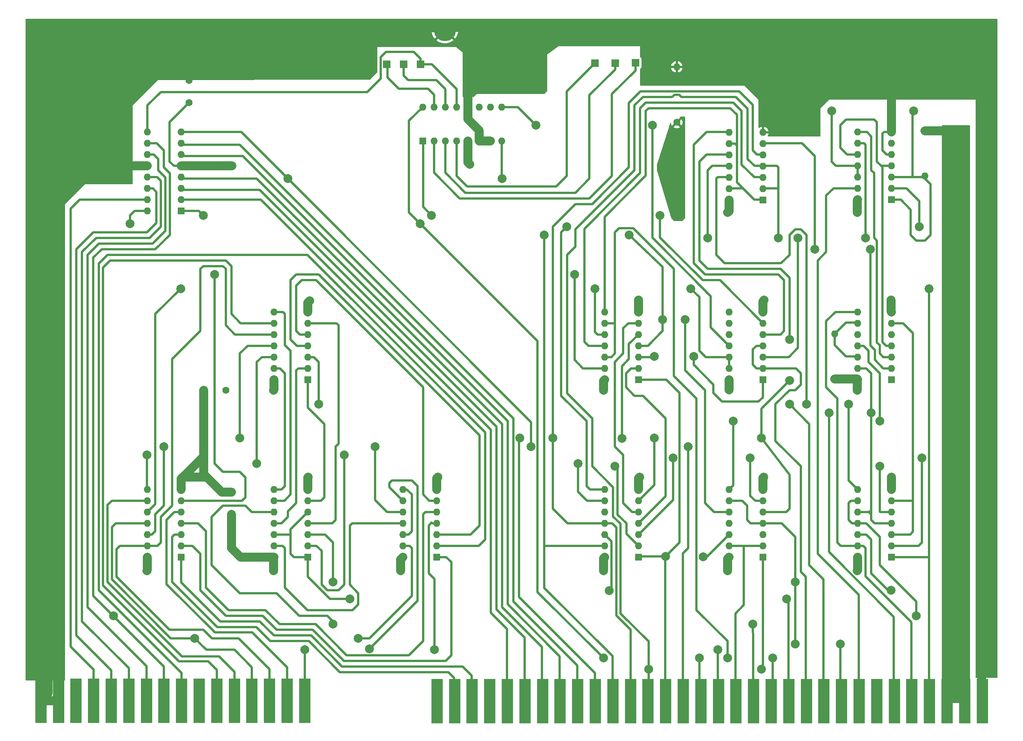
<source format=gbr>
%TF.GenerationSoftware,KiCad,Pcbnew,(6.0.4-0)*%
%TF.CreationDate,2022-10-26T21:30:11+11:00*%
%TF.ProjectId,program counter and adder logic,70726f67-7261-46d2-9063-6f756e746572,rev?*%
%TF.SameCoordinates,Original*%
%TF.FileFunction,Copper,L2,Bot*%
%TF.FilePolarity,Positive*%
%FSLAX46Y46*%
G04 Gerber Fmt 4.6, Leading zero omitted, Abs format (unit mm)*
G04 Created by KiCad (PCBNEW (6.0.4-0)) date 2022-10-26 21:30:11*
%MOMM*%
%LPD*%
G01*
G04 APERTURE LIST*
%TA.AperFunction,ConnectorPad*%
%ADD10R,2.540000X10.000000*%
%TD*%
%TA.AperFunction,ComponentPad*%
%ADD11R,1.600000X1.600000*%
%TD*%
%TA.AperFunction,ComponentPad*%
%ADD12O,1.600000X1.600000*%
%TD*%
%TA.AperFunction,ComponentPad*%
%ADD13R,1.700000X1.700000*%
%TD*%
%TA.AperFunction,ComponentPad*%
%ADD14C,1.600000*%
%TD*%
%TA.AperFunction,ComponentPad*%
%ADD15C,5.000000*%
%TD*%
%TA.AperFunction,ViaPad*%
%ADD16C,2.000000*%
%TD*%
%TA.AperFunction,Conductor*%
%ADD17C,0.500000*%
%TD*%
%TA.AperFunction,Conductor*%
%ADD18C,2.000000*%
%TD*%
G04 APERTURE END LIST*
D10*
%TO.P,J1,1,1*%
%TO.N,GND*%
X251050000Y-174170000D03*
%TO.P,J1,2,2*%
%TO.N,+5V*%
X247087600Y-174170000D03*
%TO.P,J1,3,3*%
X243125200Y-174170000D03*
%TO.P,J1,4,4*%
%TO.N,A-BUS*%
X239162800Y-174170000D03*
%TO.P,J1,5,5*%
%TO.N,B-BUS*%
X235200400Y-174170000D03*
%TO.P,J1,6,6*%
%TO.N,C-BUS*%
X231238000Y-174170000D03*
%TO.P,J1,7,7*%
%TO.N,unconnected-(J1-Pad7)*%
X227275600Y-174170000D03*
%TO.P,J1,8,8*%
%TO.N,~{T0+T12}*%
X223313200Y-174170000D03*
%TO.P,J1,9,9*%
%TO.N,~{T13.RAR}*%
X219350800Y-174170000D03*
%TO.P,J1,10,10*%
%TO.N,~{IOT.SKP}*%
X215388400Y-174170000D03*
%TO.P,J1,11,11*%
%TO.N,MCP*%
X211426000Y-174170000D03*
%TO.P,J1,12,12*%
%TO.N,T13*%
X207463600Y-174170000D03*
%TO.P,J1,13,13*%
%TO.N,T2-9*%
X203501200Y-174170000D03*
%TO.P,J1,14,14*%
%TO.N,T1*%
X199538800Y-174170000D03*
%TO.P,J1,15,15*%
%TO.N,~{T2-9(TAD+IAC+CMA})*%
X195576400Y-174170000D03*
%TO.P,J1,16,16*%
%TO.N,AC=0*%
X191614000Y-174170000D03*
%TO.P,J1,17,17*%
%TO.N,~{LA1}*%
X187651600Y-174170000D03*
%TO.P,J1,18,18*%
%TO.N,LA2*%
X183689200Y-174170000D03*
%TO.P,J1,19,19*%
%TO.N,~{T2-9.ISZ}*%
X179726800Y-174170000D03*
%TO.P,J1,20,20*%
%TO.N,~{T2-9(F+D+E})*%
X175764400Y-174170000D03*
%TO.P,J1,21,21*%
%TO.N,~{T14-21(JMP+JMS})*%
X171802000Y-174170000D03*
%TO.P,J1,22,22*%
%TO.N,~{T14-21.SKP}*%
X167839600Y-174170000D03*
%TO.P,J1,23,23*%
%TO.N,~{F+D+E}*%
X163877200Y-174170000D03*
%TO.P,J1,24,24*%
%TO.N,SR0*%
X159914800Y-174170000D03*
%TO.P,J1,25,25*%
%TO.N,SR1*%
X155952400Y-174170000D03*
%TO.P,J1,26,26*%
%TO.N,SR2*%
X151990000Y-174170000D03*
%TO.P,J1,27,27*%
%TO.N,SR3*%
X148027600Y-174170000D03*
%TO.P,J1,28,28*%
%TO.N,SR4*%
X144065200Y-174170000D03*
%TO.P,J1,29,29*%
%TO.N,unconnected-(J1-Pad29)*%
X140102800Y-174170000D03*
%TO.P,J1,30,30*%
%TO.N,~{SMA}*%
X136140400Y-174170000D03*
%TO.P,J1,31,31*%
%TO.N,~{SZA}*%
X132178000Y-174170000D03*
%TO.P,J1,32,32*%
%TO.N,unconnected-(J1-Pad32)*%
X128215600Y-174170000D03*
%TD*%
%TO.P,J5,1,1*%
%TO.N,MB=0*%
X98423200Y-174058000D03*
%TO.P,J5,2,2*%
%TO.N,~{TAD}*%
X94460800Y-174058000D03*
%TO.P,J5,3,3*%
%TO.N,~{ISZ}*%
X90498400Y-174058000D03*
%TO.P,J5,4,4*%
%TO.N,~{JMS}*%
X86536000Y-174058000D03*
%TO.P,J5,5,5*%
%TO.N,~{RAR}*%
X82573600Y-174058000D03*
%TO.P,J5,6,6*%
%TO.N,~{IAC}*%
X78611200Y-174058000D03*
%TO.P,J5,7,7*%
%TO.N,unconnected-(J5-Pad7)*%
X74648800Y-174058000D03*
%TO.P,J5,8,8*%
%TO.N,AC=-VE*%
X70686400Y-174058000D03*
%TO.P,J5,9,9*%
%TO.N,PC0*%
X66724000Y-174058000D03*
%TO.P,J5,10,10*%
%TO.N,PC1*%
X62761600Y-174058000D03*
%TO.P,J5,11,11*%
%TO.N,PC2*%
X58799200Y-174058000D03*
%TO.P,J5,12,12*%
%TO.N,PC3*%
X54836800Y-174058000D03*
%TO.P,J5,13,13*%
%TO.N,PC4*%
X50874400Y-174058000D03*
%TO.P,J5,14,14*%
%TO.N,unconnected-(J5-Pad14)*%
X46912000Y-174058000D03*
%TO.P,J5,15,15*%
%TO.N,GND*%
X42949600Y-174058000D03*
%TO.P,J5,16,16*%
X38987200Y-174058000D03*
%TD*%
D11*
%TO.P,U5,1*%
%TO.N,Net-(U10-Pad6)*%
X99120000Y-101740000D03*
D12*
%TO.P,U5,2*%
%TO.N,Net-(U10-Pad11)*%
X99120000Y-99200000D03*
%TO.P,U5,3*%
%TO.N,~{IOT.SKP}*%
X99120000Y-96660000D03*
%TO.P,U5,4*%
%TO.N,Net-(U11-Pad3)*%
X99120000Y-94120000D03*
%TO.P,U5,5*%
%TO.N,Net-(U11-Pad6)*%
X99120000Y-91580000D03*
%TO.P,U5,6*%
%TO.N,Net-(U10-Pad4)*%
X99120000Y-89040000D03*
%TO.P,U5,7,GND*%
%TO.N,GND*%
X99120000Y-86500000D03*
%TO.P,U5,8*%
%TO.N,Net-(U10-Pad9)*%
X91500000Y-86500000D03*
%TO.P,U5,9*%
%TO.N,~{IAC}*%
X91500000Y-89040000D03*
%TO.P,U5,10*%
%TO.N,~{ISZ}*%
X91500000Y-91580000D03*
%TO.P,U5,11*%
%TO.N,~{F+D+E}*%
X91500000Y-94120000D03*
%TO.P,U5,12*%
%TO.N,SET_CARRY_FLAG*%
X91500000Y-96660000D03*
%TO.P,U5,13*%
%TO.N,Net-(U10-Pad8)*%
X91500000Y-99200000D03*
%TO.P,U5,14,VCC*%
%TO.N,+5V*%
X91500000Y-101740000D03*
%TD*%
D11*
%TO.P,U6,1*%
%TO.N,~{T2-9.ISZ}*%
X173620000Y-101740000D03*
D12*
%TO.P,U6,2*%
%TO.N,Net-(U12-Pad4)*%
X173620000Y-99200000D03*
%TO.P,U6,3*%
%TO.N,Net-(U6-Pad3)*%
X173620000Y-96660000D03*
%TO.P,U6,4*%
%TO.N,~{T14-21.SKP}*%
X173620000Y-94120000D03*
%TO.P,U6,5*%
%TO.N,~{T14-21(JMP+JMS})*%
X173620000Y-91580000D03*
%TO.P,U6,6*%
%TO.N,Net-(U12-Pad5)*%
X173620000Y-89040000D03*
%TO.P,U6,7,GND*%
%TO.N,GND*%
X173620000Y-86500000D03*
%TO.P,U6,8*%
%TO.N,~{T2-9.JMS}*%
X166000000Y-86500000D03*
%TO.P,U6,9*%
%TO.N,T2-9*%
X166000000Y-89040000D03*
%TO.P,U6,10*%
%TO.N,Net-(U6-Pad10)*%
X166000000Y-91580000D03*
%TO.P,U6,11*%
%TO.N,~{T2-9.TAD}*%
X166000000Y-94120000D03*
%TO.P,U6,12*%
%TO.N,T2-9*%
X166000000Y-96660000D03*
%TO.P,U6,13*%
%TO.N,Net-(U6-Pad13)*%
X166000000Y-99200000D03*
%TO.P,U6,14,VCC*%
%TO.N,+5V*%
X166000000Y-101740000D03*
%TD*%
D11*
%TO.P,U9,1*%
%TO.N,~{SMA}*%
X70620000Y-141740000D03*
D12*
%TO.P,U9,2*%
%TO.N,Net-(U11-Pad1)*%
X70620000Y-139200000D03*
%TO.P,U9,3*%
%TO.N,~{SZA}*%
X70620000Y-136660000D03*
%TO.P,U9,4*%
%TO.N,Net-(U11-Pad5)*%
X70620000Y-134120000D03*
%TO.P,U9,5*%
%TO.N,~{TAD}*%
X70620000Y-131580000D03*
%TO.P,U9,6*%
%TO.N,Net-(U6-Pad13)*%
X70620000Y-129040000D03*
%TO.P,U9,7,GND*%
%TO.N,GND*%
X70620000Y-126500000D03*
%TO.P,U9,8*%
%TO.N,Net-(U10-Pad2)*%
X63000000Y-126500000D03*
%TO.P,U9,9*%
%TO.N,~{RAR}*%
X63000000Y-129040000D03*
%TO.P,U9,10*%
%TO.N,Net-(U6-Pad10)*%
X63000000Y-131580000D03*
%TO.P,U9,11*%
%TO.N,~{JMS}*%
X63000000Y-134120000D03*
%TO.P,U9,12*%
%TO.N,Net-(U11-Pad10)*%
X63000000Y-136660000D03*
%TO.P,U9,13*%
%TO.N,~{ISZ}*%
X63000000Y-139200000D03*
%TO.P,U9,14,VCC*%
%TO.N,+5V*%
X63000000Y-141740000D03*
%TD*%
D11*
%TO.P,U10,1*%
%TO.N,T13*%
X99120000Y-141740000D03*
D12*
%TO.P,U10,2*%
%TO.N,Net-(U10-Pad2)*%
X99120000Y-139200000D03*
%TO.P,U10,3*%
%TO.N,~{T13.RAR}*%
X99120000Y-136660000D03*
%TO.P,U10,4*%
%TO.N,Net-(U10-Pad4)*%
X99120000Y-134120000D03*
%TO.P,U10,5*%
%TO.N,T13*%
X99120000Y-131580000D03*
%TO.P,U10,6*%
%TO.N,Net-(U10-Pad6)*%
X99120000Y-129040000D03*
%TO.P,U10,7,GND*%
%TO.N,GND*%
X99120000Y-126500000D03*
%TO.P,U10,8*%
%TO.N,Net-(U10-Pad8)*%
X91500000Y-126500000D03*
%TO.P,U10,9*%
%TO.N,Net-(U10-Pad9)*%
X91500000Y-129040000D03*
%TO.P,U10,10*%
%TO.N,T1*%
X91500000Y-131580000D03*
%TO.P,U10,11*%
%TO.N,Net-(U10-Pad11)*%
X91500000Y-134120000D03*
%TO.P,U10,12*%
%TO.N,T13*%
X91500000Y-136660000D03*
%TO.P,U10,13*%
%TO.N,Net-(U10-Pad13)*%
X91500000Y-139200000D03*
%TO.P,U10,14,VCC*%
%TO.N,+5V*%
X91500000Y-141740000D03*
%TD*%
D11*
%TO.P,U11,1*%
%TO.N,Net-(U11-Pad1)*%
X128120000Y-141740000D03*
D12*
%TO.P,U11,2*%
%TO.N,AC=-VE*%
X128120000Y-139200000D03*
%TO.P,U11,3*%
%TO.N,Net-(U11-Pad3)*%
X128120000Y-136660000D03*
%TO.P,U11,4*%
%TO.N,AC=0*%
X128120000Y-134120000D03*
%TO.P,U11,5*%
%TO.N,Net-(U11-Pad5)*%
X128120000Y-131580000D03*
%TO.P,U11,6*%
%TO.N,Net-(U11-Pad6)*%
X128120000Y-129040000D03*
%TO.P,U11,7,GND*%
%TO.N,GND*%
X128120000Y-126500000D03*
%TO.P,U11,8*%
%TO.N,Net-(U11-Pad12)*%
X120500000Y-126500000D03*
%TO.P,U11,9*%
%TO.N,MB=0*%
X120500000Y-129040000D03*
%TO.P,U11,10*%
%TO.N,Net-(U11-Pad10)*%
X120500000Y-131580000D03*
%TO.P,U11,11*%
%TO.N,Net-(U10-Pad13)*%
X120500000Y-134120000D03*
%TO.P,U11,12*%
%TO.N,Net-(U11-Pad12)*%
X120500000Y-136660000D03*
%TO.P,U11,13*%
%TO.N,~{JMS}*%
X120500000Y-139200000D03*
%TO.P,U11,14,VCC*%
%TO.N,+5V*%
X120500000Y-141740000D03*
%TD*%
D11*
%TO.P,U12,1*%
%TO.N,~{T2-9.ISZ}*%
X173620000Y-141740000D03*
D12*
%TO.P,U12,2*%
%TO.N,T2-9.ISZ*%
X173620000Y-139200000D03*
%TO.P,U12,3*%
%TO.N,X1*%
X173620000Y-136660000D03*
%TO.P,U12,4*%
%TO.N,Net-(U12-Pad4)*%
X173620000Y-134120000D03*
%TO.P,U12,5*%
%TO.N,Net-(U12-Pad5)*%
X173620000Y-131580000D03*
%TO.P,U12,6*%
%TO.N,Net-(U12-Pad6)*%
X173620000Y-129040000D03*
%TO.P,U12,7,GND*%
%TO.N,GND*%
X173620000Y-126500000D03*
%TO.P,U12,8*%
%TO.N,/~{SET_CARRY_FLAG}*%
X166000000Y-126500000D03*
%TO.P,U12,9*%
%TO.N,SET_CARRY_FLAG*%
X166000000Y-129040000D03*
%TO.P,U12,10*%
%TO.N,unconnected-(U12-Pad10)*%
X166000000Y-131580000D03*
%TO.P,U12,11*%
%TO.N,~{T14-21(JMP+JMS})*%
X166000000Y-134120000D03*
%TO.P,U12,12*%
%TO.N,Net-(U12-Pad12)*%
X166000000Y-136660000D03*
%TO.P,U12,13*%
%TO.N,~{T14-21.SKP}*%
X166000000Y-139200000D03*
%TO.P,U12,14,VCC*%
%TO.N,+5V*%
X166000000Y-141740000D03*
%TD*%
D11*
%TO.P,U13,1*%
%TO.N,~{T2-9(F+D+E})*%
X201620000Y-141740000D03*
D12*
%TO.P,U13,2*%
%TO.N,~{T2-9(TAD+IAC+CMA})*%
X201620000Y-139200000D03*
%TO.P,U13,3*%
%TO.N,N/C*%
X201620000Y-136660000D03*
%TO.P,U13,4*%
%TO.N,~{T13.RAR}*%
X201620000Y-134120000D03*
%TO.P,U13,5*%
%TO.N,Net-(U12-Pad6)*%
X201620000Y-131580000D03*
%TO.P,U13,6*%
%TO.N,X1*%
X201620000Y-129040000D03*
%TO.P,U13,7,GND*%
%TO.N,GND*%
X201620000Y-126500000D03*
%TO.P,U13,8*%
%TO.N,Net-(U13-Pad8)*%
X194000000Y-126500000D03*
%TO.P,U13,9*%
%TO.N,~{T13.RAR}*%
X194000000Y-129040000D03*
%TO.P,U13,10*%
%TO.N,~{T14-21.SKP}*%
X194000000Y-131580000D03*
%TO.P,U13,11*%
%TO.N,N/C*%
X194000000Y-134120000D03*
%TO.P,U13,12*%
%TO.N,~{T2-9.ISZ}*%
X194000000Y-136660000D03*
%TO.P,U13,13*%
%TO.N,~{T2-9(TAD+IAC+CMA})*%
X194000000Y-139200000D03*
%TO.P,U13,14,VCC*%
%TO.N,+5V*%
X194000000Y-141740000D03*
%TD*%
D11*
%TO.P,U14,1*%
%TO.N,A-BUS*%
X230620000Y-141740000D03*
D12*
%TO.P,U14,2*%
%TO.N,X1*%
X230620000Y-139200000D03*
%TO.P,U14,3*%
%TO.N,SUM*%
X230620000Y-136660000D03*
%TO.P,U14,4*%
%TO.N,C-BUS*%
X230620000Y-134120000D03*
%TO.P,U14,5*%
%TO.N,T2-9.ISZ*%
X230620000Y-131580000D03*
%TO.P,U14,6*%
%TO.N,SUM*%
X230620000Y-129040000D03*
%TO.P,U14,7,GND*%
%TO.N,GND*%
X230620000Y-126500000D03*
%TO.P,U14,8*%
%TO.N,Net-(U14-Pad8)*%
X223000000Y-126500000D03*
%TO.P,U14,9*%
%TO.N,PC0*%
X223000000Y-129040000D03*
%TO.P,U14,10*%
%TO.N,C-BUS*%
X223000000Y-131580000D03*
%TO.P,U14,11*%
%TO.N,PC0*%
X223000000Y-134120000D03*
%TO.P,U14,12*%
%TO.N,Net-(U12-Pad12)*%
X223000000Y-136660000D03*
%TO.P,U14,13*%
%TO.N,B-BUS*%
X223000000Y-139200000D03*
%TO.P,U14,14,VCC*%
%TO.N,+5V*%
X223000000Y-141740000D03*
%TD*%
D13*
%TO.P,J2,1,Pin_1*%
%TO.N,PC7*%
X116915000Y-30775000D03*
%TD*%
%TO.P,J3,1,Pin_1*%
%TO.N,PC6*%
X120725000Y-30775000D03*
%TD*%
%TO.P,J4,1,Pin_1*%
%TO.N,PC5*%
X124535000Y-30775000D03*
%TD*%
%TO.P,J6,1,Pin_1*%
%TO.N,SR7*%
X172922000Y-30394000D03*
%TD*%
%TO.P,J7,1,Pin_1*%
%TO.N,SR6*%
X168350000Y-30480000D03*
%TD*%
%TO.P,J8,1,Pin_1*%
%TO.N,SR5*%
X163778000Y-30500000D03*
%TD*%
D11*
%TO.P,U1,1,CLK*%
%TO.N,CLK*%
X70620000Y-63780000D03*
D12*
%TO.P,U1,2,A*%
%TO.N,SR4*%
X70620000Y-61240000D03*
%TO.P,U1,3,B*%
%TO.N,SR3*%
X70620000Y-58700000D03*
%TO.P,U1,4,C*%
%TO.N,SR2*%
X70620000Y-56160000D03*
%TO.P,U1,5,VCC*%
%TO.N,+5V*%
X70620000Y-53620000D03*
%TO.P,U1,6,D*%
%TO.N,SR1*%
X70620000Y-51080000D03*
%TO.P,U1,7,E*%
%TO.N,SR0*%
X70620000Y-48540000D03*
%TO.P,U1,8,PRE*%
%TO.N,LA2*%
X70620000Y-46000000D03*
%TO.P,U1,9,SER*%
%TO.N,PC5*%
X63000000Y-46000000D03*
%TO.P,U1,10,QE*%
%TO.N,PC0*%
X63000000Y-48540000D03*
%TO.P,U1,11,QD*%
%TO.N,PC1*%
X63000000Y-51080000D03*
%TO.P,U1,12,GND*%
%TO.N,GND*%
X63000000Y-53620000D03*
%TO.P,U1,13,QC*%
%TO.N,PC2*%
X63000000Y-56160000D03*
%TO.P,U1,14,QB*%
%TO.N,PC3*%
X63000000Y-58700000D03*
%TO.P,U1,15,QA*%
%TO.N,PC4*%
X63000000Y-61240000D03*
%TO.P,U1,16,~{CLR}*%
%TO.N,~{LA1}*%
X63000000Y-63780000D03*
%TD*%
D11*
%TO.P,U2,1,CLK*%
%TO.N,CLK*%
X125000000Y-48000000D03*
D12*
%TO.P,U2,2,A*%
%TO.N,SR7*%
X127540000Y-48000000D03*
%TO.P,U2,3,B*%
%TO.N,SR6*%
X130080000Y-48000000D03*
%TO.P,U2,4,C*%
%TO.N,SR5*%
X132620000Y-48000000D03*
%TO.P,U2,5,VCC*%
%TO.N,+5V*%
X135160000Y-48000000D03*
%TO.P,U2,6,D*%
%TO.N,GND*%
X137700000Y-48000000D03*
%TO.P,U2,7,E*%
X140240000Y-48000000D03*
%TO.P,U2,8,PRE*%
%TO.N,LA2*%
X142780000Y-48000000D03*
%TO.P,U2,9,SER*%
%TO.N,/~{A-BUS}*%
X142780000Y-40380000D03*
%TO.P,U2,10,QE*%
%TO.N,unconnected-(U2-Pad10)*%
X140240000Y-40380000D03*
%TO.P,U2,11,QD*%
%TO.N,unconnected-(U2-Pad11)*%
X137700000Y-40380000D03*
%TO.P,U2,12,GND*%
%TO.N,GND*%
X135160000Y-40380000D03*
%TO.P,U2,13,QC*%
%TO.N,PC5*%
X132620000Y-40380000D03*
%TO.P,U2,14,QB*%
%TO.N,PC6*%
X130080000Y-40380000D03*
%TO.P,U2,15,QA*%
%TO.N,PC7*%
X127540000Y-40380000D03*
%TO.P,U2,16,~{CLR}*%
%TO.N,~{LA1}*%
X125000000Y-40380000D03*
%TD*%
D11*
%TO.P,U7,1*%
%TO.N,Net-(U6-Pad3)*%
X201620000Y-101740000D03*
D12*
%TO.P,U7,2*%
%TO.N,MCP*%
X201620000Y-99200000D03*
%TO.P,U7,3*%
%TO.N,Net-(U4-Pad9)*%
X201620000Y-96660000D03*
%TO.P,U7,4*%
%TO.N,MCP*%
X201620000Y-94120000D03*
%TO.P,U7,5*%
%TO.N,Net-(U3-Pad8)*%
X201620000Y-91580000D03*
%TO.P,U7,6*%
%TO.N,CLK*%
X201620000Y-89040000D03*
%TO.P,U7,7,GND*%
%TO.N,GND*%
X201620000Y-86500000D03*
%TO.P,U7,8*%
%TO.N,N/C*%
X194000000Y-86500000D03*
%TO.P,U7,9*%
X194000000Y-89040000D03*
%TO.P,U7,10*%
X194000000Y-91580000D03*
%TO.P,U7,11*%
%TO.N,/~{A-BUS}*%
X194000000Y-94120000D03*
%TO.P,U7,12*%
%TO.N,A-BUS*%
X194000000Y-96660000D03*
%TO.P,U7,13*%
X194000000Y-99200000D03*
%TO.P,U7,14,VCC*%
%TO.N,+5V*%
X194000000Y-101740000D03*
%TD*%
D14*
%TO.P,R1,1*%
%TO.N,+5V*%
X238125000Y-45720000D03*
D12*
%TO.P,R1,2*%
%TO.N,Net-(R1-Pad2)*%
X238125000Y-55880000D03*
%TD*%
D14*
%TO.P,R2,1*%
%TO.N,+5V*%
X217805000Y-101600000D03*
D12*
%TO.P,R2,2*%
%TO.N,Net-(R2-Pad2)*%
X217805000Y-91440000D03*
%TD*%
D11*
%TO.P,U4,1,JK*%
%TO.N,Net-(R1-Pad2)*%
X230620000Y-61240000D03*
D12*
%TO.P,U4,2,SD*%
%TO.N,/~{SET_CARRY_FLAG}*%
X230620000Y-58700000D03*
%TO.P,U4,3,K1*%
%TO.N,Net-(R1-Pad2)*%
X230620000Y-56160000D03*
%TO.P,U4,4,J1*%
%TO.N,Net-(U4-Pad10)*%
X230620000Y-53620000D03*
%TO.P,U4,5,~{J2}*%
%TO.N,GND*%
X230620000Y-51080000D03*
%TO.P,U4,6,Q*%
%TO.N,unconnected-(U4-Pad6)*%
X230620000Y-48540000D03*
%TO.P,U4,7,GND*%
%TO.N,GND*%
X230620000Y-46000000D03*
%TO.P,U4,8,~{Q}*%
%TO.N,Net-(U4-Pad8)*%
X223000000Y-46000000D03*
%TO.P,U4,9,CP*%
%TO.N,Net-(U4-Pad9)*%
X223000000Y-48540000D03*
%TO.P,U4,10,~{K2}*%
%TO.N,Net-(U4-Pad10)*%
X223000000Y-51080000D03*
%TO.P,U4,11,K3*%
%TO.N,Net-(R1-Pad2)*%
X223000000Y-53620000D03*
%TO.P,U4,12,J3*%
X223000000Y-56160000D03*
%TO.P,U4,13,CD*%
%TO.N,~{T0+T12}*%
X223000000Y-58700000D03*
%TO.P,U4,14,+5V*%
%TO.N,+5V*%
X223000000Y-61240000D03*
%TD*%
D11*
%TO.P,U8,1,\u002AB*%
%TO.N,unconnected-(U8-Pad1)*%
X230620000Y-101740000D03*
D12*
%TO.P,U8,2,BC*%
%TO.N,Net-(U3-Pad6)*%
X230620000Y-99200000D03*
%TO.P,U8,3,CN*%
%TO.N,Net-(U4-Pad8)*%
X230620000Y-96660000D03*
%TO.P,U8,4,~{C}N+1*%
%TO.N,Net-(U4-Pad10)*%
X230620000Y-94120000D03*
%TO.P,U8,5,~{SUM}*%
%TO.N,unconnected-(U8-Pad5)*%
X230620000Y-91580000D03*
%TO.P,U8,6,SUM*%
%TO.N,SUM*%
X230620000Y-89040000D03*
%TO.P,U8,7,GND*%
%TO.N,GND*%
X230620000Y-86500000D03*
%TO.P,U8,8,A1*%
%TO.N,B-BUS*%
X223000000Y-86500000D03*
%TO.P,U8,9,A2*%
%TO.N,Net-(R2-Pad2)*%
X223000000Y-89040000D03*
%TO.P,U8,10,\u002AA*%
%TO.N,unconnected-(U8-Pad10)*%
X223000000Y-91580000D03*
%TO.P,U8,11,AC*%
%TO.N,Net-(U13-Pad8)*%
X223000000Y-94120000D03*
%TO.P,U8,12,B1*%
%TO.N,Net-(R2-Pad2)*%
X223000000Y-96660000D03*
%TO.P,U8,13,B2*%
%TO.N,C-BUS*%
X223000000Y-99200000D03*
%TO.P,U8,14,VCC*%
%TO.N,+5V*%
X223000000Y-101740000D03*
%TD*%
D14*
%TO.P,C1,1*%
%TO.N,+5V*%
X245745000Y-46355000D03*
%TO.P,C1,2*%
%TO.N,GND*%
X250745000Y-46355000D03*
%TD*%
%TO.P,C2,1*%
%TO.N,+5V*%
X245745000Y-162560000D03*
%TO.P,C2,2*%
%TO.N,GND*%
X250745000Y-162560000D03*
%TD*%
%TO.P,C3,1*%
%TO.N,+5V*%
X80645000Y-104140000D03*
%TO.P,C3,2*%
%TO.N,GND*%
X75645000Y-104140000D03*
%TD*%
%TO.P,C4,1*%
%TO.N,+5V*%
X182245000Y-43815000D03*
D12*
%TO.P,C4,2*%
%TO.N,GND*%
X182245000Y-31315000D03*
%TD*%
D14*
%TO.P,C5,1*%
%TO.N,+5V*%
X72390000Y-39370000D03*
%TO.P,C5,2*%
%TO.N,GND*%
X72390000Y-34370000D03*
%TD*%
D11*
%TO.P,U3,1*%
%TO.N,~{T2-9.JMS}*%
X201620000Y-61340000D03*
D12*
%TO.P,U3,2*%
%TO.N,~{T2-9(F+D+E})*%
X201620000Y-58800000D03*
%TO.P,U3,3*%
%TO.N,~{T2-9.TAD}*%
X201620000Y-56260000D03*
%TO.P,U3,4*%
%TO.N,~{T2-9(F+D+E})*%
X201620000Y-53720000D03*
%TO.P,U3,5*%
%TO.N,~{T14-21(JMP+JMS})*%
X201620000Y-51180000D03*
%TO.P,U3,6*%
%TO.N,Net-(U3-Pad6)*%
X201620000Y-48640000D03*
%TO.P,U3,7,GND*%
%TO.N,GND*%
X201620000Y-46100000D03*
%TO.P,U3,8*%
%TO.N,Net-(U3-Pad8)*%
X194000000Y-46100000D03*
%TO.P,U3,9*%
%TO.N,~{T2-9.JMS}*%
X194000000Y-48640000D03*
%TO.P,U3,10*%
%TO.N,Net-(U12-Pad6)*%
X194000000Y-51180000D03*
%TO.P,U3,11*%
%TO.N,~{T2-9(F+D+E})*%
X194000000Y-53720000D03*
%TO.P,U3,12*%
%TO.N,Net-(U14-Pad8)*%
X194000000Y-56260000D03*
%TO.P,U3,13*%
%TO.N,~{T2-9.JMS}*%
X194000000Y-58800000D03*
%TO.P,U3,14,VCC*%
%TO.N,+5V*%
X194000000Y-61340000D03*
%TD*%
D14*
%TO.P,C6,1*%
%TO.N,+5V*%
X81915000Y-132080000D03*
%TO.P,C6,2*%
%TO.N,GND*%
X81915000Y-127080000D03*
%TD*%
D15*
%TO.P,H1,1,GND*%
%TO.N,GND*%
X40000000Y-23000000D03*
X130000000Y-23000000D03*
%TD*%
%TO.P,H2,1,GND*%
%TO.N,GND*%
X160000000Y-23000000D03*
X250000000Y-23000000D03*
%TD*%
D16*
%TO.N,GND*%
X201807800Y-123702800D03*
X99182200Y-123702800D03*
X70997800Y-123702800D03*
X42545000Y-83820000D03*
X230627200Y-123702800D03*
X173600000Y-83800000D03*
X173867800Y-123702800D03*
X76322200Y-123702800D03*
X42667200Y-123702800D03*
X230505000Y-83820000D03*
X128392200Y-123702800D03*
X250947200Y-123702800D03*
X250947200Y-83820000D03*
X201930000Y-83820000D03*
X99554427Y-83960573D03*
%TO.N,+5V*%
X222885000Y-104140000D03*
X182245000Y-64135000D03*
X165735000Y-144780000D03*
X243022400Y-64317600D03*
X81990000Y-53635000D03*
X135584000Y-53254000D03*
X182193000Y-53508000D03*
X91440000Y-144780000D03*
X91440000Y-104140000D03*
X194000000Y-104100000D03*
X243022400Y-143692600D03*
X222885000Y-144780000D03*
X222885000Y-64135000D03*
X193675000Y-64135000D03*
X62865000Y-144780000D03*
X120015000Y-144780000D03*
X193675000Y-144780000D03*
X165735000Y-104140000D03*
X243022400Y-104322600D03*
%TO.N,A-BUS*%
X185420000Y-81280000D03*
X239099990Y-81280000D03*
%TO.N,C-BUS*%
X226060000Y-109220000D03*
X216535000Y-109220000D03*
%TO.N,~{T13.RAR}*%
X208915000Y-147320000D03*
X104775000Y-147320000D03*
X208915000Y-161290000D03*
X219075000Y-161290000D03*
%TO.N,~{IOT.SKP}*%
X207645000Y-107315000D03*
X101600000Y-107315000D03*
%TO.N,T13*%
X108585000Y-151130000D03*
X207010000Y-151130000D03*
%TO.N,T2-9*%
X193675000Y-164465000D03*
X203835000Y-164465000D03*
%TO.N,T1*%
X199390000Y-156845000D03*
X104775000Y-156845000D03*
%TO.N,AC=0*%
X127635000Y-162560000D03*
X191500000Y-162600000D03*
%TO.N,~{LA1}*%
X124460000Y-66675000D03*
X59055000Y-66675000D03*
X187325000Y-164465000D03*
X165735000Y-164465000D03*
%TO.N,LA2*%
X149405001Y-116840000D03*
X94615000Y-56515000D03*
X184785000Y-116840000D03*
X142875000Y-56515000D03*
%TO.N,~{F+D+E}*%
X83820000Y-114935000D03*
X146864500Y-114900000D03*
%TO.N,~{T14-21.SKP}*%
X184150000Y-88265000D03*
X171465052Y-69199948D03*
X152400000Y-69199948D03*
X179070000Y-88265000D03*
%TO.N,~{T2-9(F+D+E})*%
X201295000Y-167005000D03*
X175895000Y-167005000D03*
X189230000Y-69850000D03*
X205105000Y-69850000D03*
%TO.N,MB=0*%
X98425000Y-162560000D03*
X113014948Y-162379990D03*
%TO.N,~{JMS}*%
X110490000Y-160020000D03*
X73660000Y-160020000D03*
%TO.N,PC0*%
X236220000Y-154940000D03*
X55320000Y-154940000D03*
%TO.N,Net-(U3-Pad6)*%
X213360000Y-72390000D03*
X225879990Y-72390000D03*
%TO.N,~{T2-9.ISZ}*%
X179705000Y-141605000D03*
X188140010Y-141620052D03*
%TO.N,Net-(U6-Pad3)*%
X186055000Y-96520000D03*
X177165000Y-96520000D03*
%TO.N,Net-(U6-Pad10)*%
X163778000Y-81321000D03*
X70485000Y-81280000D03*
%TO.N,CLK*%
X178435000Y-64770000D03*
X75565000Y-64770000D03*
X127000000Y-64770000D03*
%TO.N,Net-(R1-Pad2)*%
X235585000Y-41275000D03*
X217170000Y-41275000D03*
%TO.N,Net-(U13-Pad8)*%
X227965000Y-111125000D03*
X194945000Y-111125000D03*
%TO.N,Net-(U10-Pad2)*%
X62865000Y-118745000D03*
X107315000Y-118745000D03*
%TO.N,Net-(U11-Pad10)*%
X66675000Y-116840000D03*
X114300000Y-116840000D03*
%TO.N,X1*%
X237490000Y-119380000D03*
X198780004Y-119380000D03*
X181429990Y-119395052D03*
%TO.N,T2-9.ISZ*%
X227965000Y-121285000D03*
X168275000Y-121285000D03*
%TO.N,/~{A-BUS}*%
X176710010Y-44465052D03*
X150495000Y-44450000D03*
%TO.N,~{T14-21(JMP+JMS})*%
X169874000Y-114976000D03*
X154305000Y-114935000D03*
%TO.N,Net-(U12-Pad6)*%
X207645000Y-101939990D03*
X201295000Y-114935000D03*
X177165000Y-114935000D03*
X207645000Y-92710000D03*
%TO.N,Net-(U14-Pad8)*%
X220980000Y-107315000D03*
X211455000Y-107315000D03*
%TO.N,Net-(U12-Pad12)*%
X230505000Y-149225000D03*
X167027500Y-149266000D03*
%TO.N,Net-(U4-Pad9)*%
X224790000Y-69850000D03*
X209550000Y-69850000D03*
%TO.N,Net-(U6-Pad13)*%
X159205500Y-78100000D03*
X78105000Y-78105000D03*
%TO.N,/~{SET_CARRY_FLAG}*%
X157480000Y-67310000D03*
X236855000Y-67310000D03*
%TO.N,SET_CARRY_FLAG*%
X160020000Y-120650000D03*
X87630000Y-120650000D03*
%TD*%
D17*
%TO.N,~{T14-21(JMP+JMS})*%
X154305000Y-114935000D02*
X154305000Y-67295000D01*
X159370000Y-62230000D02*
X163195000Y-62230000D01*
X163195000Y-62230000D02*
X171450000Y-53975000D01*
X154305000Y-67295000D02*
X159370000Y-62230000D01*
X171450000Y-39450000D02*
X174070000Y-36830000D01*
X171450000Y-53975000D02*
X171450000Y-39450000D01*
X200305000Y-51080000D02*
X201620000Y-51080000D01*
X174070000Y-36830000D02*
X196330000Y-36830000D01*
X196330000Y-36830000D02*
X199390000Y-39890000D01*
X199390000Y-39890000D02*
X199390000Y-50165000D01*
X199390000Y-50165000D02*
X200305000Y-51080000D01*
%TO.N,~{T2-9(F+D+E})*%
X175895000Y-167005000D02*
X175895000Y-160748000D01*
X182762565Y-37565489D02*
X183297076Y-38100000D01*
X159385000Y-67945000D02*
X172720000Y-54610000D01*
X198185011Y-52060011D02*
X199745000Y-53620000D01*
X175895000Y-160748000D02*
X169557510Y-154410510D01*
X198185011Y-40705011D02*
X198185011Y-52060011D01*
X163195000Y-121285000D02*
X163195000Y-110490000D01*
X167900000Y-125990000D02*
X163195000Y-121285000D01*
X167900000Y-132560000D02*
X167900000Y-125990000D01*
X181192924Y-38100000D02*
X181727435Y-37565489D01*
X159385000Y-71815000D02*
X159385000Y-67945000D01*
X163195000Y-110490000D02*
X157500000Y-104795000D01*
X157500000Y-104795000D02*
X157500000Y-73700000D01*
X172720000Y-54610000D02*
X172720000Y-39980000D01*
X172720000Y-39980000D02*
X174600000Y-38100000D01*
X174600000Y-38100000D02*
X181192924Y-38100000D01*
X169557510Y-154410510D02*
X169557510Y-134217510D01*
X157500000Y-73700000D02*
X159385000Y-71815000D01*
X181727435Y-37565489D02*
X182762565Y-37565489D01*
X183297076Y-38100000D02*
X195580000Y-38100000D01*
X169557510Y-134217510D02*
X167900000Y-132560000D01*
X195580000Y-38100000D02*
X198185011Y-40705011D01*
X199745000Y-53620000D02*
X204750000Y-53620000D01*
X205105000Y-53975000D02*
X205105000Y-58420000D01*
X204750000Y-53620000D02*
X205105000Y-53975000D01*
%TO.N,~{T2-9.TAD}*%
X166000000Y-94120000D02*
X162320000Y-94120000D01*
X175260000Y-39370000D02*
X194945000Y-39370000D01*
X162320000Y-94120000D02*
X161400000Y-93200000D01*
X161400000Y-93200000D02*
X161400000Y-67800000D01*
X161400000Y-67800000D02*
X173990000Y-55210000D01*
X199670000Y-56160000D02*
X201620000Y-56160000D01*
X173990000Y-55210000D02*
X173990000Y-40640000D01*
X173990000Y-40640000D02*
X175260000Y-39370000D01*
X194945000Y-39370000D02*
X196850000Y-41275000D01*
X196850000Y-41275000D02*
X196850000Y-53340000D01*
X196850000Y-53340000D02*
X199670000Y-56160000D01*
D18*
%TO.N,+5V*%
X194000000Y-101740000D02*
X194000000Y-104100000D01*
%TO.N,GND*%
X173620000Y-83820000D02*
X173600000Y-83800000D01*
X173620000Y-86500000D02*
X173620000Y-83820000D01*
X250947200Y-84967800D02*
X250947200Y-37587200D01*
X250947200Y-123702800D02*
X250947200Y-84967800D01*
X230620000Y-46000000D02*
X230620000Y-38215000D01*
X137700000Y-45625000D02*
X135160000Y-43085000D01*
X137160000Y-25400000D02*
X135700000Y-25400000D01*
X140240000Y-48000000D02*
X137700000Y-48000000D01*
X230620000Y-126500000D02*
X230620000Y-123710000D01*
D17*
X54890000Y-37185000D02*
X54890000Y-53620000D01*
D18*
X135160000Y-43085000D02*
X135160000Y-40380000D01*
D17*
X228955000Y-46000000D02*
X228600000Y-46355000D01*
D18*
X52070000Y-50800000D02*
X40640000Y-50800000D01*
X173620000Y-123950600D02*
X173867800Y-123702800D01*
X135700000Y-25400000D02*
X135160000Y-25940000D01*
X52070000Y-24130000D02*
X52070000Y-50800000D01*
X54890000Y-53620000D02*
X63000000Y-53620000D01*
X201620000Y-84130000D02*
X201930000Y-83820000D01*
D17*
X229515000Y-51080000D02*
X230620000Y-51080000D01*
D18*
X201620000Y-126500000D02*
X201620000Y-123890600D01*
X40640000Y-50800000D02*
X40640000Y-172405200D01*
X75645000Y-119055600D02*
X70997800Y-123702800D01*
X76322200Y-123702800D02*
X70997800Y-123702800D01*
D17*
X228600000Y-50165000D02*
X229515000Y-51080000D01*
D18*
X137700000Y-48000000D02*
X137700000Y-45625000D01*
D17*
X72390000Y-31115000D02*
X60960000Y-31115000D01*
D18*
X75645000Y-119055600D02*
X75645000Y-123025600D01*
X201620000Y-86500000D02*
X201620000Y-84130000D01*
X99120000Y-86500000D02*
X99120000Y-84395000D01*
X38987200Y-174058000D02*
X42949600Y-174058000D01*
X54610000Y-21590000D02*
X52070000Y-24130000D01*
X128120000Y-126500000D02*
X128120000Y-123975000D01*
X230505000Y-83820000D02*
X230505000Y-86385000D01*
D17*
X60960000Y-31115000D02*
X54890000Y-37185000D01*
D18*
X128120000Y-123975000D02*
X128392200Y-123702800D01*
X81915000Y-127080000D02*
X79699400Y-127080000D01*
X137160000Y-25400000D02*
X137160000Y-21590000D01*
X70620000Y-126500000D02*
X70620000Y-124080600D01*
X135160000Y-25940000D02*
X135160000Y-40380000D01*
X230505000Y-86385000D02*
X230620000Y-86500000D01*
X99120000Y-126500000D02*
X99120000Y-123765000D01*
X70620000Y-124080600D02*
X70997800Y-123702800D01*
X40640000Y-172405200D02*
X38987200Y-174058000D01*
X99120000Y-84395000D02*
X99554427Y-83960573D01*
X75645000Y-104140000D02*
X75645000Y-119055600D01*
X79699400Y-127080000D02*
X76322200Y-123702800D01*
X250947200Y-174118000D02*
X250947200Y-123702800D01*
X137160000Y-21590000D02*
X54610000Y-21590000D01*
D17*
X72390000Y-34370000D02*
X72390000Y-31115000D01*
X228600000Y-46355000D02*
X228600000Y-50165000D01*
D18*
X201620000Y-123890600D02*
X201807800Y-123702800D01*
X52070000Y-50800000D02*
X54890000Y-53620000D01*
D17*
X230620000Y-46000000D02*
X228955000Y-46000000D01*
D18*
X99120000Y-123765000D02*
X99182200Y-123702800D01*
X173620000Y-126500000D02*
X173620000Y-123950600D01*
X230620000Y-123710000D02*
X230627200Y-123702800D01*
X75645000Y-123025600D02*
X76322200Y-123702800D01*
%TO.N,+5V*%
X182245000Y-64135000D02*
X182245000Y-53560000D01*
X217805000Y-101600000D02*
X222860000Y-101600000D01*
X165735000Y-144780000D02*
X165735000Y-142005000D01*
X165735000Y-142005000D02*
X166000000Y-141740000D01*
X222885000Y-61355000D02*
X223000000Y-61240000D01*
X222885000Y-101855000D02*
X223000000Y-101740000D01*
D17*
X68935000Y-53620000D02*
X70620000Y-53620000D01*
X72390000Y-39370000D02*
X67945000Y-43815000D01*
X67945000Y-43815000D02*
X67945000Y-52630000D01*
D18*
X63000000Y-141740000D02*
X63000000Y-144645000D01*
X83955000Y-141740000D02*
X91500000Y-141740000D01*
X182245000Y-53560000D02*
X182193000Y-53508000D01*
X222885000Y-104140000D02*
X222885000Y-101855000D01*
X223000000Y-141740000D02*
X223000000Y-144665000D01*
X91440000Y-144780000D02*
X91440000Y-141800000D01*
X238125000Y-45720000D02*
X245110000Y-45720000D01*
X245745000Y-172878200D02*
X246984800Y-174118000D01*
D17*
X67945000Y-52630000D02*
X68935000Y-53620000D01*
D18*
X81915000Y-132080000D02*
X81915000Y-139700000D01*
X194000000Y-61340000D02*
X194000000Y-63810000D01*
X165735000Y-102005000D02*
X166000000Y-101740000D01*
X222885000Y-64135000D02*
X222885000Y-61355000D01*
X91500000Y-104080000D02*
X91440000Y-104140000D01*
X245745000Y-162560000D02*
X245745000Y-172878200D01*
X135160000Y-52830000D02*
X135584000Y-53254000D01*
X81915000Y-139700000D02*
X83955000Y-141740000D01*
X81990000Y-53635000D02*
X81560000Y-53620000D01*
X91500000Y-101740000D02*
X91500000Y-104080000D01*
X222860000Y-101600000D02*
X223000000Y-101740000D01*
X223000000Y-144665000D02*
X222885000Y-144780000D01*
X135160000Y-48000000D02*
X135160000Y-52830000D01*
X165735000Y-104140000D02*
X165735000Y-102005000D01*
X245110000Y-45720000D02*
X245745000Y-46355000D01*
X194000000Y-63810000D02*
X193675000Y-64135000D01*
X193675000Y-144780000D02*
X193675000Y-142065000D01*
X91440000Y-141800000D02*
X91500000Y-141740000D01*
X120015000Y-144780000D02*
X120015000Y-142225000D01*
X193675000Y-142065000D02*
X194000000Y-141740000D01*
X63000000Y-144645000D02*
X62865000Y-144780000D01*
X120015000Y-142225000D02*
X120500000Y-141740000D01*
X81560000Y-53620000D02*
X70620000Y-53620000D01*
D17*
%TO.N,A-BUS*%
X238895000Y-141740000D02*
X239060000Y-141905000D01*
X239099990Y-81280000D02*
X239060000Y-81934991D01*
X239060000Y-81934991D02*
X239060000Y-141905000D01*
X187325000Y-95250000D02*
X188735000Y-96660000D01*
X188735000Y-96660000D02*
X194000000Y-96660000D01*
X230620000Y-141740000D02*
X238895000Y-141740000D01*
X239060000Y-174118000D02*
X239060000Y-141905000D01*
X194000000Y-96660000D02*
X194000000Y-99200000D01*
X187325000Y-83185000D02*
X187325000Y-95250000D01*
X185420000Y-81280000D02*
X187325000Y-83185000D01*
%TO.N,B-BUS*%
X215900000Y-103505000D02*
X215900000Y-88545000D01*
X215900000Y-88545000D02*
X217945000Y-86500000D01*
X224790000Y-146050000D02*
X224790000Y-139700000D01*
X223000000Y-139200000D02*
X219210000Y-139200000D01*
X235097600Y-174118000D02*
X235097600Y-156357600D01*
X217945000Y-86500000D02*
X223000000Y-86500000D01*
X235097600Y-156357600D02*
X224790000Y-146050000D01*
X224290000Y-139200000D02*
X223000000Y-139200000D01*
X218440000Y-138430000D02*
X218440000Y-106045000D01*
X224790000Y-139700000D02*
X224290000Y-139200000D01*
X219210000Y-139200000D02*
X218440000Y-138430000D01*
X218440000Y-106045000D02*
X215900000Y-103505000D01*
%TO.N,C-BUS*%
X224930000Y-99200000D02*
X223000000Y-99200000D01*
X226060000Y-109220000D02*
X226060000Y-131445000D01*
X225560000Y-131580000D02*
X226060000Y-132080000D01*
X216535000Y-109220000D02*
X216535000Y-140576002D01*
X226060000Y-131445000D02*
X226060000Y-132080000D01*
X226060000Y-100330000D02*
X224930000Y-99200000D01*
X216535000Y-140576002D02*
X231135200Y-155176202D01*
X229735000Y-134120000D02*
X230620000Y-134120000D01*
X223000000Y-131580000D02*
X225560000Y-131580000D01*
X226060000Y-131445000D02*
X225695000Y-131445000D01*
X226060000Y-109220000D02*
X226060000Y-100330000D01*
X225695000Y-131445000D02*
X225560000Y-131580000D01*
X226060000Y-132080000D02*
X226060000Y-133350000D01*
X226060000Y-133350000D02*
X226830000Y-134120000D01*
X226830000Y-134120000D02*
X229735000Y-134120000D01*
X231135200Y-155176202D02*
X231135200Y-174118000D01*
%TO.N,~{T13.RAR}*%
X208915000Y-147320000D02*
X208915000Y-161290000D01*
X219075000Y-161290000D02*
X219075000Y-173945000D01*
X104775000Y-147320000D02*
X104775000Y-138430000D01*
X208915000Y-137160000D02*
X208915000Y-147320000D01*
X198120000Y-133350000D02*
X198120000Y-130175000D01*
X104775000Y-138430000D02*
X103005000Y-136660000D01*
X198890000Y-134120000D02*
X198120000Y-133350000D01*
X198120000Y-130175000D02*
X196985000Y-129040000D01*
X205875000Y-134120000D02*
X208915000Y-137160000D01*
X196985000Y-129040000D02*
X194000000Y-129040000D01*
X201620000Y-134120000D02*
X205875000Y-134120000D01*
X103005000Y-136660000D02*
X99120000Y-136660000D01*
X219075000Y-173945000D02*
X219248000Y-174118000D01*
X201620000Y-134120000D02*
X198890000Y-134120000D01*
%TO.N,~{IOT.SKP}*%
X100470000Y-96660000D02*
X99120000Y-96660000D01*
X101600000Y-107315000D02*
X101600000Y-97790000D01*
X101600000Y-97790000D02*
X100470000Y-96660000D01*
X212090000Y-143510000D02*
X212090000Y-111760000D01*
X215285600Y-174118000D02*
X215285600Y-146705600D01*
X215285600Y-146705600D02*
X212090000Y-143510000D01*
X212090000Y-111760000D02*
X207645000Y-107315000D01*
%TO.N,MCP*%
X207645000Y-104140000D02*
X204470000Y-107315000D01*
X210185000Y-102870000D02*
X208915000Y-104140000D01*
X199390000Y-94895000D02*
X199390000Y-98425000D01*
X208915000Y-104140000D02*
X207645000Y-104140000D01*
X200165000Y-94120000D02*
X199390000Y-94895000D01*
X211323200Y-146181800D02*
X211323200Y-174118000D01*
X199390000Y-98425000D02*
X200165000Y-99200000D01*
X209055000Y-99200000D02*
X210185000Y-100330000D01*
X204470000Y-115570000D02*
X210185000Y-121285000D01*
X201620000Y-99200000D02*
X209055000Y-99200000D01*
X204470000Y-107315000D02*
X204470000Y-115570000D01*
X210185000Y-100330000D02*
X210185000Y-102870000D01*
X210185000Y-145043600D02*
X211323200Y-146181800D01*
X201620000Y-94120000D02*
X200165000Y-94120000D01*
X200165000Y-99200000D02*
X201620000Y-99200000D01*
X210185000Y-121285000D02*
X210185000Y-145043600D01*
%TO.N,T13*%
X207360800Y-174118000D02*
X207360800Y-151480800D01*
X99120000Y-141740000D02*
X96020000Y-141740000D01*
X95250000Y-136525000D02*
X95250000Y-135450000D01*
X98320001Y-132379999D02*
X99120000Y-131580000D01*
X99120000Y-146110000D02*
X99120000Y-141740000D01*
X95250000Y-135450000D02*
X98320001Y-132379999D01*
X95115000Y-136660000D02*
X95250000Y-136525000D01*
X108585000Y-151130000D02*
X104140000Y-151130000D01*
X207360800Y-151480800D02*
X207010000Y-151130000D01*
X104140000Y-151130000D02*
X99120000Y-146110000D01*
X91500000Y-136660000D02*
X95115000Y-136660000D01*
X96020000Y-141740000D02*
X95250000Y-140970000D01*
X95250000Y-140970000D02*
X95250000Y-136525000D01*
%TO.N,T2-9*%
X169227500Y-67627500D02*
X172402500Y-67627500D01*
X168135000Y-89040000D02*
X168275000Y-89180000D01*
X186690000Y-153670000D02*
X193675000Y-160655000D01*
X181610000Y-76835000D02*
X181610000Y-100965000D01*
X168275000Y-95885000D02*
X167500000Y-96660000D01*
X168275000Y-89180000D02*
X168275000Y-95885000D01*
X181610000Y-100965000D02*
X186690000Y-106045000D01*
X172402500Y-67627500D02*
X181610000Y-76835000D01*
X168275000Y-89180000D02*
X168275000Y-68580000D01*
X203835000Y-164465000D02*
X203835000Y-173681400D01*
X167500000Y-96660000D02*
X166000000Y-96660000D01*
X166000000Y-89040000D02*
X168135000Y-89040000D01*
X203835000Y-173681400D02*
X203398400Y-174118000D01*
X193675000Y-160655000D02*
X193675000Y-164465000D01*
X186690000Y-106045000D02*
X186690000Y-153670000D01*
X169227500Y-67627500D02*
X168275000Y-68580000D01*
%TO.N,T1*%
X77470000Y-143510000D02*
X77470000Y-132715000D01*
X92075000Y-149860000D02*
X83820000Y-149860000D01*
X83820000Y-149860000D02*
X77470000Y-143510000D01*
X86495000Y-131580000D02*
X91500000Y-131580000D01*
X77470000Y-132715000D02*
X80010000Y-130175000D01*
X199390000Y-156845000D02*
X199436000Y-160701000D01*
X97155000Y-154940000D02*
X92075000Y-149860000D01*
X104775000Y-156845000D02*
X104775000Y-156210000D01*
X80010000Y-130175000D02*
X85090000Y-130175000D01*
X104775000Y-156210000D02*
X103505000Y-154940000D01*
X199436000Y-160701000D02*
X199436000Y-174118000D01*
X85090000Y-130175000D02*
X86495000Y-131580000D01*
X103505000Y-154940000D02*
X97155000Y-154940000D01*
%TO.N,~{T2-9(TAD+IAC+CMA})*%
X197350000Y-152535000D02*
X195473600Y-154411400D01*
X194000000Y-139200000D02*
X197350000Y-139200000D01*
X197350000Y-139200000D02*
X201620000Y-139200000D01*
X197350000Y-139200000D02*
X197350000Y-152535000D01*
X195473600Y-154411400D02*
X195473600Y-174118000D01*
%TO.N,AC=0*%
X127000000Y-133985000D02*
X127135000Y-134120000D01*
X126365000Y-145415000D02*
X126365000Y-134620000D01*
X127635000Y-146685000D02*
X126365000Y-145415000D01*
X127635000Y-162560000D02*
X127635000Y-146685000D01*
X191511200Y-162611200D02*
X191500000Y-162600000D01*
X191511200Y-174118000D02*
X191511200Y-162611200D01*
X127135000Y-134120000D02*
X128120000Y-134120000D01*
X126365000Y-134620000D02*
X127000000Y-133985000D01*
%TO.N,~{LA1}*%
X187325000Y-173894200D02*
X187548800Y-174118000D01*
X121920000Y-43460000D02*
X125000000Y-40380000D01*
X63000000Y-63780000D02*
X60045000Y-63780000D01*
X124460000Y-66675000D02*
X150855011Y-93070011D01*
X187325000Y-164465000D02*
X187325000Y-173894200D01*
X60045000Y-63780000D02*
X59055000Y-64770000D01*
X124460000Y-66675000D02*
X121920000Y-64135000D01*
X150855011Y-149585011D02*
X150855011Y-93070011D01*
X59055000Y-64770000D02*
X59055000Y-66675000D01*
X121920000Y-64135000D02*
X121920000Y-43460000D01*
X165735000Y-164465000D02*
X150855011Y-149585011D01*
%TO.N,LA2*%
X84100000Y-46000000D02*
X70620000Y-46000000D01*
X149405001Y-111305001D02*
X149405001Y-116840000D01*
X184785000Y-116840000D02*
X184785000Y-139700000D01*
X142780000Y-55785000D02*
X142780000Y-48000000D01*
X94615000Y-56515000D02*
X149405001Y-111305001D01*
X142875000Y-56515000D02*
X142780000Y-55785000D01*
X183586400Y-140898600D02*
X183586400Y-174118000D01*
X184785000Y-139700000D02*
X183586400Y-140898600D01*
X94615000Y-56515000D02*
X84100000Y-46000000D01*
%TO.N,~{SMA}*%
X136037600Y-168422600D02*
X136037600Y-174118000D01*
X70620000Y-141740000D02*
X70620000Y-147455000D01*
X99856000Y-159385000D02*
X106841000Y-166370000D01*
X106841000Y-166370000D02*
X133985000Y-166370000D01*
X88310000Y-156210000D02*
X91485000Y-159385000D01*
X79375000Y-156210000D02*
X88310000Y-156210000D01*
X70620000Y-147455000D02*
X79375000Y-156210000D01*
X133985000Y-166370000D02*
X136037600Y-168422600D01*
X91485000Y-159385000D02*
X99856000Y-159385000D01*
%TO.N,SR4*%
X140335000Y-113030000D02*
X88545000Y-61240000D01*
X140335000Y-154271000D02*
X140335000Y-113030000D01*
X143962400Y-157898400D02*
X140335000Y-154271000D01*
X88545000Y-61240000D02*
X70620000Y-61240000D01*
X143962400Y-174118000D02*
X143962400Y-157898400D01*
%TO.N,SR3*%
X88265000Y-59055000D02*
X70975000Y-59055000D01*
X141605000Y-153509000D02*
X141605000Y-112395000D01*
X70975000Y-59055000D02*
X70620000Y-58700000D01*
X141605000Y-112395000D02*
X88265000Y-59055000D01*
X147924800Y-174118000D02*
X147924800Y-159828800D01*
X147924800Y-159828800D02*
X141605000Y-153509000D01*
%TO.N,SR2*%
X151887200Y-174118000D02*
X151887200Y-162013200D01*
X142875000Y-111760000D02*
X87630000Y-56515000D01*
X87630000Y-56515000D02*
X70975000Y-56515000D01*
X70975000Y-56515000D02*
X70620000Y-56160000D01*
X142875000Y-153001000D02*
X142875000Y-111760000D01*
X151887200Y-162013200D02*
X142875000Y-153001000D01*
%TO.N,SR1*%
X70975000Y-51435000D02*
X70620000Y-51080000D01*
X155849600Y-164070600D02*
X144145000Y-152366000D01*
X144145000Y-111125000D02*
X84455000Y-51435000D01*
X155849600Y-174118000D02*
X155849600Y-164070600D01*
X144145000Y-152366000D02*
X144145000Y-111125000D01*
X84455000Y-51435000D02*
X70975000Y-51435000D01*
%TO.N,SR0*%
X145415000Y-151765000D02*
X145415000Y-110490000D01*
X159812000Y-166162000D02*
X145415000Y-151765000D01*
X159812000Y-174118000D02*
X159812000Y-166162000D01*
X145415000Y-110490000D02*
X83820000Y-48895000D01*
X83820000Y-48895000D02*
X70975000Y-48895000D01*
X70975000Y-48895000D02*
X70620000Y-48540000D01*
%TO.N,~{F+D+E}*%
X83820000Y-114935000D02*
X83820000Y-95885000D01*
X83820000Y-95885000D02*
X85585000Y-94120000D01*
X146685000Y-115079500D02*
X146685000Y-150715000D01*
X146864500Y-114900000D02*
X146685000Y-115079500D01*
X163774400Y-167804400D02*
X163774400Y-174118000D01*
X146685000Y-150715000D02*
X163774400Y-167804400D01*
X85585000Y-94120000D02*
X91500000Y-94120000D01*
%TO.N,~{T14-21.SKP}*%
X179070000Y-88265000D02*
X179070000Y-90805000D01*
X152535000Y-139200000D02*
X152400000Y-139065000D01*
X167736800Y-164036800D02*
X152400000Y-148700000D01*
X173620000Y-94120000D02*
X175755000Y-94120000D01*
X167736800Y-174118000D02*
X167736800Y-164036800D01*
X188595000Y-129540000D02*
X190635000Y-131580000D01*
X190635000Y-131580000D02*
X194000000Y-131580000D01*
X171465052Y-69199948D02*
X179070000Y-76345624D01*
X184150000Y-88265000D02*
X184150000Y-99695000D01*
X179070000Y-76345624D02*
X179070000Y-88265000D01*
X152535000Y-139200000D02*
X166000000Y-139200000D01*
X188595000Y-104140000D02*
X188595000Y-129540000D01*
X152400000Y-69199948D02*
X152400000Y-139065000D01*
X152400000Y-148700000D02*
X152400000Y-139065000D01*
X184150000Y-99695000D02*
X188595000Y-104140000D01*
X175755000Y-94120000D02*
X179070000Y-90805000D01*
%TO.N,~{T2-9(F+D+E})*%
X204825000Y-58700000D02*
X205105000Y-58420000D01*
X201620000Y-166680000D02*
X201295000Y-167005000D01*
X175895000Y-173884600D02*
X175661600Y-174118000D01*
X175895000Y-167005000D02*
X175895000Y-173884600D01*
X201620000Y-58700000D02*
X204825000Y-58700000D01*
X190220000Y-53620000D02*
X194000000Y-53620000D01*
X205105000Y-69850000D02*
X205105000Y-58420000D01*
X201620000Y-141740000D02*
X201620000Y-166680000D01*
X189230000Y-54610000D02*
X190220000Y-53620000D01*
X189230000Y-69850000D02*
X189230000Y-54610000D01*
%TO.N,~{SZA}*%
X69080000Y-136660000D02*
X68580000Y-137160000D01*
X78740000Y-157480000D02*
X87480000Y-157480000D01*
X130810000Y-167640000D02*
X132075200Y-168905200D01*
X68580000Y-137160000D02*
X68580000Y-147320000D01*
X106333000Y-167640000D02*
X130810000Y-167640000D01*
X70620000Y-136660000D02*
X69080000Y-136660000D01*
X68580000Y-147320000D02*
X78740000Y-157480000D01*
X99348000Y-160655000D02*
X106333000Y-167640000D01*
X132075200Y-168905200D02*
X132075200Y-174118000D01*
X90655000Y-160655000D02*
X99348000Y-160655000D01*
X87480000Y-157480000D02*
X90655000Y-160655000D01*
%TO.N,MB=0*%
X98425000Y-162560000D02*
X98425000Y-174056200D01*
X123825000Y-125730000D02*
X123825000Y-151569938D01*
X117475000Y-125095000D02*
X118110000Y-124460000D01*
X118110000Y-124460000D02*
X122555000Y-124460000D01*
X120500000Y-129040000D02*
X117475000Y-126015000D01*
X122555000Y-124460000D02*
X123825000Y-125730000D01*
X98425000Y-174056200D02*
X98423200Y-174058000D01*
X123825000Y-151569938D02*
X113014948Y-162379990D01*
X117475000Y-126015000D02*
X117475000Y-125095000D01*
%TO.N,~{TAD}*%
X70620000Y-131580000D02*
X69080000Y-131580000D01*
X94460800Y-166560800D02*
X94460800Y-174058000D01*
X86600000Y-158700000D02*
X94460800Y-166560800D01*
X78200000Y-158700000D02*
X86600000Y-158700000D01*
X67310000Y-147810000D02*
X78200000Y-158700000D01*
X67310000Y-133350000D02*
X67310000Y-147810000D01*
X69080000Y-131580000D02*
X67310000Y-133350000D01*
%TO.N,~{ISZ}*%
X75565000Y-76200000D02*
X80010000Y-76200000D01*
X63000000Y-139200000D02*
X56800000Y-139200000D01*
X83561000Y-160061000D02*
X90498400Y-166998400D01*
X56000000Y-146170000D02*
X67930000Y-158100000D01*
X68580000Y-130175000D02*
X68580000Y-97155000D01*
X82690000Y-91580000D02*
X90368630Y-91580000D01*
X80645000Y-89535000D02*
X82690000Y-91580000D01*
X66040000Y-132715000D02*
X68580000Y-130175000D01*
X56800000Y-139200000D02*
X56000000Y-140000000D01*
X80645000Y-76835000D02*
X80645000Y-89535000D01*
X68580000Y-97155000D02*
X74930000Y-90805000D01*
X63000000Y-139200000D02*
X65270000Y-139200000D01*
X77561000Y-160061000D02*
X83561000Y-160061000D01*
X67930000Y-158100000D02*
X75600000Y-158100000D01*
X65270000Y-139200000D02*
X66040000Y-138430000D01*
X74930000Y-90805000D02*
X74930000Y-76835000D01*
X90498400Y-166998400D02*
X90498400Y-174058000D01*
X56000000Y-140000000D02*
X56000000Y-146170000D01*
X90368630Y-91580000D02*
X91500000Y-91580000D01*
X74930000Y-76835000D02*
X75565000Y-76200000D01*
X80010000Y-76200000D02*
X80645000Y-76835000D01*
X66040000Y-138430000D02*
X66040000Y-132715000D01*
X75600000Y-158100000D02*
X77561000Y-160061000D01*
%TO.N,~{JMS}*%
X122555000Y-150495000D02*
X113030000Y-160020000D01*
X113030000Y-160020000D02*
X110490000Y-160020000D01*
X86536000Y-166512000D02*
X82626500Y-162602500D01*
X82626500Y-162602500D02*
X76242500Y-162602500D01*
X122555000Y-139700000D02*
X122555000Y-150495000D01*
X55000000Y-146750000D02*
X55000000Y-135000000D01*
X68250000Y-160000000D02*
X55000000Y-146750000D01*
X55880000Y-134120000D02*
X63000000Y-134120000D01*
X73640000Y-160000000D02*
X68250000Y-160000000D01*
X55000000Y-135000000D02*
X55880000Y-134120000D01*
X122055000Y-139200000D02*
X122555000Y-139700000D01*
X120500000Y-139200000D02*
X122055000Y-139200000D01*
X76242500Y-162602500D02*
X73660000Y-160020000D01*
X86536000Y-174058000D02*
X86536000Y-166512000D01*
X73660000Y-160020000D02*
X73640000Y-160000000D01*
%TO.N,~{RAR}*%
X70757500Y-164102500D02*
X79102500Y-164102500D01*
X82573600Y-167573600D02*
X82573600Y-174058000D01*
X54960000Y-129040000D02*
X54000000Y-130000000D01*
X79102500Y-164102500D02*
X82573600Y-167573600D01*
X54000000Y-130000000D02*
X54000000Y-147345000D01*
X54000000Y-147345000D02*
X70757500Y-164102500D01*
X63000000Y-129040000D02*
X54960000Y-129040000D01*
%TO.N,~{IAC}*%
X54610000Y-74930000D02*
X80645000Y-74930000D01*
X53000000Y-76540000D02*
X54610000Y-74930000D01*
X76717500Y-165217500D02*
X70102500Y-165217500D01*
X70102500Y-165217500D02*
X53000000Y-148115000D01*
X81915000Y-86995000D02*
X83960000Y-89040000D01*
X80645000Y-74930000D02*
X81915000Y-76200000D01*
X53000000Y-148115000D02*
X53000000Y-76540000D01*
X81915000Y-76200000D02*
X81915000Y-86995000D01*
X83960000Y-89040000D02*
X91500000Y-89040000D01*
X78611200Y-167111200D02*
X76717500Y-165217500D01*
X78611200Y-174058000D02*
X78611200Y-167111200D01*
%TO.N,AC=-VE*%
X53975000Y-73660000D02*
X52000000Y-75635000D01*
X52000000Y-75635000D02*
X52000000Y-149155000D01*
X139065000Y-113665000D02*
X99060000Y-73660000D01*
X137660000Y-139200000D02*
X139065000Y-137795000D01*
X139065000Y-137795000D02*
X139065000Y-113665000D01*
X52000000Y-149155000D02*
X70686400Y-167841400D01*
X99060000Y-73660000D02*
X53975000Y-73660000D01*
X128120000Y-139200000D02*
X137660000Y-139200000D01*
X70686400Y-167841400D02*
X70686400Y-174058000D01*
%TO.N,PC0*%
X50800000Y-150420000D02*
X66724000Y-166344000D01*
X64770000Y-72390000D02*
X52705000Y-72390000D01*
X68000000Y-69160000D02*
X64770000Y-72390000D01*
X66724000Y-166344000D02*
X66724000Y-174058000D01*
X63000000Y-48540000D02*
X65050000Y-48540000D01*
X221480000Y-129040000D02*
X220980000Y-129540000D01*
X220980000Y-129540000D02*
X220980000Y-133350000D01*
X224925000Y-134120000D02*
X227965000Y-137160000D01*
X227965000Y-137160000D02*
X227965000Y-143510000D01*
X220980000Y-133350000D02*
X221750000Y-134120000D01*
X223000000Y-134120000D02*
X224925000Y-134120000D01*
X50800000Y-74295000D02*
X50800000Y-150420000D01*
X66675000Y-53975000D02*
X68000000Y-55300000D01*
X52705000Y-72390000D02*
X50800000Y-74295000D01*
X223000000Y-129040000D02*
X221480000Y-129040000D01*
X227965000Y-143510000D02*
X236220000Y-151765000D01*
X68000000Y-55300000D02*
X68000000Y-69160000D01*
X66675000Y-50165000D02*
X66675000Y-53975000D01*
X236220000Y-151765000D02*
X236220000Y-154940000D01*
X65050000Y-48540000D02*
X66675000Y-50165000D01*
X221750000Y-134120000D02*
X223000000Y-134120000D01*
%TO.N,PC1*%
X49530000Y-153035000D02*
X62761600Y-166266600D01*
X62761600Y-166266600D02*
X62761600Y-174058000D01*
X52070000Y-71120000D02*
X49530000Y-73660000D01*
X65405000Y-52070000D02*
X65405000Y-54610000D01*
X67000000Y-68255000D02*
X64135000Y-71120000D01*
X65405000Y-54610000D02*
X67000000Y-56205000D01*
X49530000Y-73660000D02*
X49530000Y-153035000D01*
X64135000Y-71120000D02*
X52070000Y-71120000D01*
X63000000Y-51080000D02*
X64415000Y-51080000D01*
X67000000Y-56205000D02*
X67000000Y-68255000D01*
X64415000Y-51080000D02*
X65405000Y-52070000D01*
%TO.N,PC2*%
X65160000Y-56160000D02*
X66000000Y-57000000D01*
X51435000Y-69850000D02*
X48260000Y-73025000D01*
X48260000Y-156210000D02*
X58799200Y-166749200D01*
X58799200Y-166749200D02*
X58799200Y-174058000D01*
X63500000Y-69850000D02*
X51435000Y-69850000D01*
X63000000Y-56160000D02*
X65160000Y-56160000D01*
X66000000Y-67350000D02*
X63500000Y-69850000D01*
X66000000Y-57000000D02*
X66000000Y-67350000D01*
X48260000Y-73025000D02*
X48260000Y-156210000D01*
%TO.N,PC3*%
X50800000Y-68580000D02*
X46990000Y-72390000D01*
X46990000Y-72390000D02*
X46990000Y-159385000D01*
X46990000Y-159385000D02*
X54836800Y-167231800D01*
X62865000Y-68580000D02*
X50800000Y-68580000D01*
X63000000Y-58700000D02*
X64200000Y-58700000D01*
X54836800Y-167231800D02*
X54836800Y-174058000D01*
X65000000Y-66445000D02*
X62865000Y-68580000D01*
X65000000Y-59500000D02*
X65000000Y-66445000D01*
X64200000Y-58700000D02*
X65000000Y-59500000D01*
%TO.N,PC4*%
X45720000Y-63280000D02*
X47760000Y-61240000D01*
X47760000Y-61240000D02*
X63000000Y-61240000D01*
X50874400Y-174058000D02*
X50874400Y-167079400D01*
X50874400Y-167079400D02*
X45720000Y-161925000D01*
X45720000Y-161925000D02*
X45720000Y-63280000D01*
%TO.N,~{T2-9.JMS}*%
X175260000Y-55840000D02*
X175260000Y-41275000D01*
X194000000Y-48640000D02*
X195370000Y-48640000D01*
X166000000Y-65100000D02*
X175260000Y-55840000D01*
X195370000Y-48640000D02*
X195602500Y-48872500D01*
X201620000Y-61240000D02*
X199670000Y-61240000D01*
X166000000Y-85799990D02*
X166000000Y-65100000D01*
X195800000Y-42130000D02*
X195800000Y-49000000D01*
X175895000Y-40640000D02*
X194310000Y-40640000D01*
X194310000Y-40640000D02*
X195800000Y-42130000D01*
X199670000Y-61240000D02*
X197130000Y-58700000D01*
X195800000Y-57370000D02*
X197130000Y-58700000D01*
X175260000Y-41275000D02*
X175895000Y-40640000D01*
X194000000Y-58700000D02*
X197130000Y-58700000D01*
X195800000Y-49000000D02*
X195730000Y-49000000D01*
X195800000Y-49070000D02*
X195800000Y-57370000D01*
X195730000Y-49000000D02*
X195602500Y-48872500D01*
X195602500Y-48872500D02*
X195800000Y-49070000D01*
%TO.N,Net-(U3-Pad6)*%
X226872482Y-97332482D02*
X226872482Y-95072518D01*
X225879990Y-94080026D02*
X225879990Y-72390000D01*
X201620000Y-48540000D02*
X210465000Y-48540000D01*
X230620000Y-99200000D02*
X228740000Y-99200000D01*
X213360000Y-51435000D02*
X213360000Y-72390000D01*
X226872482Y-95072518D02*
X225879990Y-94080026D01*
X228740000Y-99200000D02*
X226872482Y-97332482D01*
X210465000Y-48540000D02*
X213360000Y-51435000D01*
%TO.N,~{T0+T12}*%
X213995000Y-74930000D02*
X215900000Y-73025000D01*
X223210400Y-174118000D02*
X223210400Y-150185400D01*
X217525000Y-58700000D02*
X223000000Y-58700000D01*
X215900000Y-73025000D02*
X215900000Y-60325000D01*
X213995000Y-140970000D02*
X213995000Y-74930000D01*
X215900000Y-60325000D02*
X217525000Y-58700000D01*
X223210400Y-150185400D02*
X213995000Y-140970000D01*
%TO.N,Net-(U11-Pad3)*%
X95250000Y-92710000D02*
X95250000Y-79375000D01*
X128120000Y-136660000D02*
X135755000Y-136660000D01*
X99120000Y-94120000D02*
X96660000Y-94120000D01*
X95250000Y-79375000D02*
X96520000Y-78105000D01*
X137795000Y-114300000D02*
X137795000Y-134620000D01*
X96520000Y-78105000D02*
X101600000Y-78105000D01*
X96660000Y-94120000D02*
X95250000Y-92710000D01*
X137795000Y-134620000D02*
X135755000Y-136660000D01*
X137795000Y-114300000D02*
X101600000Y-78105000D01*
%TO.N,Net-(U11-Pad6)*%
X97295000Y-91580000D02*
X96520000Y-90805000D01*
X97790000Y-79375000D02*
X100965000Y-79375000D01*
X125095000Y-127635000D02*
X126500000Y-129040000D01*
X96520000Y-80645000D02*
X97790000Y-79375000D01*
X125095000Y-103505000D02*
X125095000Y-127635000D01*
X96520000Y-90805000D02*
X96520000Y-80645000D01*
X126500000Y-129040000D02*
X128120000Y-129040000D01*
X99120000Y-91580000D02*
X97295000Y-91580000D01*
X100965000Y-79375000D02*
X125095000Y-103505000D01*
%TO.N,Net-(U10-Pad4)*%
X105410000Y-116840000D02*
X105410000Y-133350000D01*
X106045000Y-116205000D02*
X105410000Y-116840000D01*
X105410000Y-133350000D02*
X104640000Y-134120000D01*
X104640000Y-134120000D02*
X99120000Y-134120000D01*
X106045000Y-89535000D02*
X106045000Y-116205000D01*
X99120000Y-89040000D02*
X105550000Y-89040000D01*
X105550000Y-89040000D02*
X106045000Y-89535000D01*
%TO.N,~{T2-9.ISZ}*%
X179543000Y-141605000D02*
X179624000Y-141686000D01*
X194000000Y-136660000D02*
X189039948Y-141620052D01*
X182880000Y-138430000D02*
X179705000Y-141605000D01*
X179705000Y-141605000D02*
X173755000Y-141605000D01*
X182880000Y-104775000D02*
X182880000Y-138430000D01*
X173620000Y-101740000D02*
X179845000Y-101740000D01*
X179705000Y-141605000D02*
X179543000Y-141605000D01*
X189039948Y-141620052D02*
X188140010Y-141620052D01*
X179845000Y-101740000D02*
X182880000Y-104775000D01*
X173755000Y-141605000D02*
X173620000Y-141740000D01*
X179624000Y-141686000D02*
X179624000Y-174118000D01*
%TO.N,Net-(U12-Pad4)*%
X173620000Y-134120000D02*
X179705000Y-128035000D01*
X170815000Y-103505000D02*
X170815000Y-100330000D01*
X174625000Y-105410000D02*
X172720000Y-105410000D01*
X171945000Y-99200000D02*
X173620000Y-99200000D01*
X179705000Y-128035000D02*
X179705000Y-110490000D01*
X172720000Y-105410000D02*
X170815000Y-103505000D01*
X170815000Y-100330000D02*
X171945000Y-99200000D01*
X179705000Y-110490000D02*
X174625000Y-105410000D01*
%TO.N,Net-(U6-Pad3)*%
X192405000Y-106680000D02*
X190500000Y-104775000D01*
X186055000Y-98425000D02*
X186055000Y-96520000D01*
X190500000Y-102870000D02*
X186055000Y-98425000D01*
X201620000Y-105720000D02*
X200660000Y-106680000D01*
X173620000Y-96660000D02*
X177025000Y-96660000D01*
X190500000Y-104775000D02*
X190500000Y-102870000D01*
X201620000Y-101740000D02*
X201620000Y-105720000D01*
X200660000Y-106680000D02*
X192405000Y-106680000D01*
X177025000Y-96660000D02*
X177165000Y-96520000D01*
%TO.N,Net-(U6-Pad10)*%
X64770000Y-129810000D02*
X63000000Y-131580000D01*
X163800000Y-81343000D02*
X163800000Y-91000000D01*
X163778000Y-81321000D02*
X163800000Y-81343000D01*
X164380000Y-91580000D02*
X163800000Y-91000000D01*
X64770000Y-86995000D02*
X64770000Y-129810000D01*
X70485000Y-81280000D02*
X64770000Y-86995000D01*
X166000000Y-91580000D02*
X164380000Y-91580000D01*
%TO.N,CLK*%
X74575000Y-63780000D02*
X75565000Y-64770000D01*
X127000000Y-64770000D02*
X125095000Y-62865000D01*
X125095000Y-62865000D02*
X125095000Y-48095000D01*
X191955000Y-79375000D02*
X201620000Y-89040000D01*
X178435000Y-64770000D02*
X178435000Y-69735000D01*
X70620000Y-63780000D02*
X74575000Y-63780000D01*
X188075000Y-79375000D02*
X191955000Y-79375000D01*
X125095000Y-48095000D02*
X125000000Y-48000000D01*
X178435000Y-69735000D02*
X188075000Y-79375000D01*
%TO.N,Net-(R1-Pad2)*%
X235305000Y-56160000D02*
X230620000Y-56160000D01*
X230620000Y-61240000D02*
X232690000Y-61240000D01*
X239395000Y-69215000D02*
X239395000Y-57785000D01*
X234950000Y-69215000D02*
X236220000Y-70485000D01*
X217170000Y-41275000D02*
X217170000Y-52705000D01*
X217170000Y-52705000D02*
X218085000Y-53620000D01*
X236220000Y-70485000D02*
X238125000Y-70485000D01*
X235305000Y-56160000D02*
X235305000Y-41555000D01*
X237770000Y-56160000D02*
X235305000Y-56160000D01*
X234950000Y-63500000D02*
X234950000Y-69215000D01*
X223000000Y-53620000D02*
X223000000Y-56160000D01*
X232690000Y-61240000D02*
X234950000Y-63500000D01*
X235305000Y-41555000D02*
X235585000Y-41275000D01*
X218085000Y-53620000D02*
X223000000Y-53620000D01*
X238125000Y-70485000D02*
X239395000Y-69215000D01*
X239395000Y-57785000D02*
X237770000Y-56160000D01*
%TO.N,Net-(U13-Pad8)*%
X223000000Y-94120000D02*
X224295000Y-94120000D01*
X194945000Y-125555000D02*
X194000000Y-126500000D01*
X227965000Y-100330000D02*
X227965000Y-111125000D01*
X194945000Y-111125000D02*
X194945000Y-125555000D01*
X225425000Y-97790000D02*
X227965000Y-100330000D01*
X225425000Y-95250000D02*
X225425000Y-97790000D01*
X224295000Y-94120000D02*
X225425000Y-95250000D01*
%TO.N,Net-(U10-Pad2)*%
X107315000Y-147955000D02*
X107315000Y-118745000D01*
X103505000Y-149225000D02*
X106045000Y-149225000D01*
X62865000Y-118745000D02*
X62865000Y-126365000D01*
X106045000Y-149225000D02*
X107315000Y-147955000D01*
X101100000Y-139200000D02*
X102235000Y-140335000D01*
X102235000Y-147955000D02*
X103505000Y-149225000D01*
X99120000Y-139200000D02*
X101100000Y-139200000D01*
X102235000Y-140335000D02*
X102235000Y-147955000D01*
X62865000Y-126365000D02*
X63000000Y-126500000D01*
%TO.N,Net-(U11-Pad1)*%
X80645000Y-154940000D02*
X74930000Y-149225000D01*
X74930000Y-140970000D02*
X73160000Y-139200000D01*
X131445000Y-142875000D02*
X131445000Y-163830000D01*
X128120000Y-141740000D02*
X130310000Y-141740000D01*
X107222000Y-165100000D02*
X100237000Y-158115000D01*
X131445000Y-163830000D02*
X130175000Y-165100000D01*
X74930000Y-149225000D02*
X74930000Y-140970000D01*
X100237000Y-158115000D02*
X92115000Y-158115000D01*
X88940000Y-154940000D02*
X80645000Y-154940000D01*
X92115000Y-158115000D02*
X88940000Y-154940000D01*
X73160000Y-139200000D02*
X70620000Y-139200000D01*
X130175000Y-165100000D02*
X107222000Y-165100000D01*
X130310000Y-141740000D02*
X131445000Y-142875000D01*
%TO.N,Net-(U11-Pad10)*%
X114300000Y-128905000D02*
X114300000Y-116840000D01*
X64770000Y-135890000D02*
X64770000Y-132080000D01*
X63000000Y-136660000D02*
X64000000Y-136660000D01*
X116975000Y-131580000D02*
X114300000Y-128905000D01*
X64000000Y-136660000D02*
X64770000Y-135890000D01*
X66675000Y-130175000D02*
X66675000Y-116840000D01*
X120500000Y-131580000D02*
X116975000Y-131580000D01*
X64770000Y-132080000D02*
X66675000Y-130175000D01*
%TO.N,Net-(U10-Pad11)*%
X94615000Y-132715000D02*
X94615000Y-131445000D01*
X96520000Y-129540000D02*
X96520000Y-99695000D01*
X91500000Y-134120000D02*
X93210000Y-134120000D01*
X97015000Y-99200000D02*
X99120000Y-99200000D01*
X96520000Y-99695000D02*
X97015000Y-99200000D01*
X93210000Y-134120000D02*
X94615000Y-132715000D01*
X94615000Y-131445000D02*
X96520000Y-129540000D01*
%TO.N,Net-(U10-Pad6)*%
X99120000Y-101740000D02*
X99120000Y-108010000D01*
X102100000Y-129040000D02*
X99120000Y-129040000D01*
X102870000Y-111760000D02*
X102870000Y-128270000D01*
X102870000Y-128270000D02*
X102100000Y-129040000D01*
X99120000Y-108010000D02*
X102870000Y-111760000D01*
%TO.N,Net-(U10-Pad13)*%
X99060000Y-153670000D02*
X109220000Y-153670000D01*
X108585000Y-147955000D02*
X108585000Y-134620000D01*
X110490000Y-149860000D02*
X108585000Y-147955000D01*
X110490000Y-152400000D02*
X110490000Y-149860000D01*
X108585000Y-134620000D02*
X109085000Y-134120000D01*
X109085000Y-134120000D02*
X120500000Y-134120000D01*
X91500000Y-139200000D02*
X93480000Y-139200000D01*
X109220000Y-153670000D02*
X110490000Y-152400000D01*
X93980000Y-148590000D02*
X99060000Y-153670000D01*
X93980000Y-139700000D02*
X93980000Y-148590000D01*
X93480000Y-139200000D02*
X93980000Y-139700000D01*
%TO.N,Net-(U11-Pad12)*%
X122555000Y-135890000D02*
X121785000Y-136660000D01*
X122555000Y-127635000D02*
X122555000Y-135890000D01*
X120500000Y-126500000D02*
X121420000Y-126500000D01*
X121420000Y-126500000D02*
X122555000Y-127635000D01*
X121785000Y-136660000D02*
X120500000Y-136660000D01*
%TO.N,X1*%
X201620000Y-129040000D02*
X199920000Y-129040000D01*
X237490000Y-119380000D02*
X237490000Y-138430000D01*
X237490000Y-138430000D02*
X236720000Y-139200000D01*
X181429990Y-128850010D02*
X181429990Y-119395052D01*
X199920000Y-129040000D02*
X198780004Y-127900004D01*
X173620000Y-136660000D02*
X181429990Y-128850010D01*
X198780004Y-127900004D02*
X198780004Y-119380000D01*
X236720000Y-139200000D02*
X230620000Y-139200000D01*
%TO.N,T2-9.ISZ*%
X168910000Y-132173000D02*
X168910000Y-121920000D01*
X227965000Y-121285000D02*
X227965000Y-131445000D01*
X228100000Y-131580000D02*
X230620000Y-131580000D01*
X170892021Y-136472021D02*
X170892021Y-134155021D01*
X168910000Y-121920000D02*
X168275000Y-121285000D01*
X170892021Y-134155021D02*
X168910000Y-132173000D01*
X173620000Y-139200000D02*
X170892021Y-136472021D01*
X227965000Y-131445000D02*
X228100000Y-131580000D01*
%TO.N,PC7*%
X119582000Y-36236000D02*
X117042000Y-33696000D01*
X117042000Y-33696000D02*
X117042000Y-30648000D01*
X126186000Y-36236000D02*
X119582000Y-36236000D01*
X127540000Y-37590000D02*
X126186000Y-36236000D01*
X127540000Y-40380000D02*
X127540000Y-37590000D01*
%TO.N,PC6*%
X130080000Y-36320000D02*
X128050000Y-34290000D01*
X120725000Y-33315000D02*
X120725000Y-30775000D01*
X121700000Y-34290000D02*
X120725000Y-33315000D01*
X121700000Y-34290000D02*
X128050000Y-34290000D01*
X130080000Y-40380000D02*
X130080000Y-36320000D01*
%TO.N,PC5*%
X66000000Y-37000000D02*
X112468000Y-37000000D01*
X63000000Y-40000000D02*
X66000000Y-37000000D01*
X127075000Y-30775000D02*
X132620000Y-36320000D01*
X112468000Y-37000000D02*
X115518000Y-33950000D01*
X115518000Y-29124000D02*
X116702000Y-27940000D01*
X124535000Y-29505000D02*
X124535000Y-30775000D01*
X115518000Y-33950000D02*
X115518000Y-29124000D01*
X63000000Y-46000000D02*
X63000000Y-40000000D01*
X132620000Y-36320000D02*
X132620000Y-40380000D01*
X124535000Y-30775000D02*
X127075000Y-30775000D01*
X116702000Y-27940000D02*
X122970000Y-27940000D01*
X122970000Y-27940000D02*
X124535000Y-29505000D01*
%TO.N,SR5*%
X132620000Y-48000000D02*
X132620000Y-55920000D01*
X157480000Y-55920000D02*
X157480000Y-36798000D01*
X132620000Y-55920000D02*
X135000000Y-58300000D01*
X135000000Y-58300000D02*
X155100000Y-58300000D01*
X155100000Y-58300000D02*
X157480000Y-55920000D01*
X157480000Y-36798000D02*
X163778000Y-30500000D01*
%TO.N,SR6*%
X159385000Y-59690000D02*
X134620000Y-59690000D01*
X162560000Y-37708000D02*
X162560000Y-56515000D01*
X134620000Y-59690000D02*
X130080000Y-55150000D01*
X168350000Y-31918000D02*
X162560000Y-37708000D01*
X168350000Y-30480000D02*
X168350000Y-31918000D01*
X130080000Y-55150000D02*
X130080000Y-48000000D01*
X162560000Y-56515000D02*
X159385000Y-59690000D01*
%TO.N,SR7*%
X127540000Y-55150000D02*
X133350000Y-60960000D01*
X167640000Y-55880000D02*
X167640000Y-37454000D01*
X167640000Y-37454000D02*
X172922000Y-32172000D01*
X162560000Y-60960000D02*
X167640000Y-55880000D01*
X127540000Y-48000000D02*
X127540000Y-55150000D01*
X133350000Y-60960000D02*
X162560000Y-60960000D01*
X172922000Y-32172000D02*
X172922000Y-30394000D01*
%TO.N,/~{A-BUS}*%
X189865000Y-89985000D02*
X189865000Y-82965000D01*
X176710010Y-69810010D02*
X176710010Y-44465052D01*
X142780000Y-40380000D02*
X146425000Y-40380000D01*
X146425000Y-40380000D02*
X150495000Y-44450000D01*
X194000000Y-94120000D02*
X189865000Y-89985000D01*
X189865000Y-82965000D02*
X176710010Y-69810010D01*
%TO.N,Net-(U10-Pad9)*%
X93980000Y-93980000D02*
X93980000Y-86995000D01*
X93980000Y-86995000D02*
X93485000Y-86500000D01*
X95250000Y-127635000D02*
X95250000Y-95250000D01*
X93845000Y-129040000D02*
X95250000Y-127635000D01*
X95250000Y-95250000D02*
X93980000Y-93980000D01*
X91500000Y-129040000D02*
X93845000Y-129040000D01*
X93485000Y-86500000D02*
X91500000Y-86500000D01*
%TO.N,Net-(U10-Pad8)*%
X93980000Y-125730000D02*
X93980000Y-100330000D01*
X93210000Y-126500000D02*
X93980000Y-125730000D01*
X91500000Y-126500000D02*
X93210000Y-126500000D01*
X92850000Y-99200000D02*
X91500000Y-99200000D01*
X93980000Y-100330000D02*
X92850000Y-99200000D01*
%TO.N,~{T14-21(JMP+JMS})*%
X166000000Y-134120000D02*
X157615000Y-134120000D01*
X169874000Y-98731000D02*
X169874000Y-114976000D01*
X168604000Y-135042000D02*
X168604000Y-154854000D01*
X166000000Y-134120000D02*
X167682000Y-134120000D01*
X171802000Y-158052000D02*
X171802000Y-174170000D01*
X167682000Y-134120000D02*
X168604000Y-135042000D01*
X168604000Y-154854000D02*
X171802000Y-158052000D01*
X154305000Y-114935000D02*
X154305000Y-130810000D01*
X171450000Y-97155000D02*
X169874000Y-98731000D01*
X171450000Y-93750000D02*
X171450000Y-97155000D01*
X173620000Y-91580000D02*
X171450000Y-93750000D01*
X154305000Y-130810000D02*
X157615000Y-134120000D01*
%TO.N,Net-(U3-Pad8)*%
X188950000Y-46000000D02*
X186055000Y-48895000D01*
X205105000Y-78105000D02*
X206375000Y-79375000D01*
X188605000Y-78105000D02*
X205105000Y-78105000D01*
X194000000Y-46000000D02*
X188950000Y-46000000D01*
X206375000Y-90805000D02*
X205600000Y-91580000D01*
X205600000Y-91580000D02*
X201620000Y-91580000D01*
X186055000Y-48895000D02*
X186055000Y-75555000D01*
X186055000Y-75555000D02*
X188605000Y-78105000D01*
X206375000Y-79375000D02*
X206375000Y-90805000D01*
%TO.N,Net-(U12-Pad6)*%
X206875000Y-131580000D02*
X201620000Y-131580000D01*
X188950000Y-51080000D02*
X187325000Y-52705000D01*
X201295000Y-114935000D02*
X207645000Y-123190000D01*
X201295000Y-114935000D02*
X201295000Y-108289990D01*
X207645000Y-130810000D02*
X206875000Y-131580000D01*
X207645000Y-78845000D02*
X207645000Y-92710000D01*
X194000000Y-51080000D02*
X188950000Y-51080000D01*
X187325000Y-74930000D02*
X189230000Y-76835000D01*
X189230000Y-76835000D02*
X205635000Y-76835000D01*
X177165000Y-114935000D02*
X177165000Y-125495000D01*
X207645000Y-123190000D02*
X207645000Y-130810000D01*
X205635000Y-76835000D02*
X207645000Y-78845000D01*
X201295000Y-108289990D02*
X207645000Y-101939990D01*
X177165000Y-125495000D02*
X173620000Y-129040000D01*
X187325000Y-52705000D02*
X187325000Y-74930000D01*
%TO.N,Net-(U14-Pad8)*%
X191135000Y-56515000D02*
X191490000Y-56160000D01*
X220980000Y-107315000D02*
X220980000Y-124480000D01*
X193040000Y-75565000D02*
X191135000Y-73660000D01*
X220980000Y-124480000D02*
X223000000Y-126500000D01*
X207645000Y-69215000D02*
X207645000Y-73660000D01*
X207645000Y-73660000D02*
X205740000Y-75565000D01*
X191135000Y-73660000D02*
X191135000Y-56515000D01*
X210185000Y-67945000D02*
X208915000Y-67945000D01*
X205740000Y-75565000D02*
X193040000Y-75565000D01*
X208915000Y-67945000D02*
X207645000Y-69215000D01*
X191490000Y-56160000D02*
X194000000Y-56160000D01*
X211455000Y-69215000D02*
X210185000Y-67945000D01*
X211455000Y-107315000D02*
X211455000Y-69215000D01*
%TO.N,Net-(U12-Pad5)*%
X170180000Y-118745000D02*
X168275000Y-116840000D01*
X172220000Y-131580000D02*
X170180000Y-129540000D01*
X168275000Y-116840000D02*
X168275000Y-97790000D01*
X171310000Y-89040000D02*
X173620000Y-89040000D01*
X170180000Y-90170000D02*
X171310000Y-89040000D01*
X170180000Y-95885000D02*
X170180000Y-90170000D01*
X168275000Y-97790000D02*
X170180000Y-95885000D01*
X173620000Y-131580000D02*
X172220000Y-131580000D01*
X170180000Y-129540000D02*
X170180000Y-118745000D01*
%TO.N,Net-(U12-Pad12)*%
X167535500Y-148758000D02*
X167027500Y-149266000D01*
X229870000Y-149225000D02*
X230505000Y-149225000D01*
X166000000Y-136660000D02*
X167535500Y-138195500D01*
X223000000Y-136660000D02*
X224925000Y-136660000D01*
X226060000Y-145415000D02*
X229870000Y-149225000D01*
X226060000Y-137795000D02*
X226060000Y-145415000D01*
X167535500Y-138195500D02*
X167535500Y-148758000D01*
X224925000Y-136660000D02*
X226060000Y-137795000D01*
%TO.N,SUM*%
X233185000Y-89040000D02*
X230620000Y-89040000D01*
X230620000Y-129040000D02*
X235450000Y-129040000D01*
X235450000Y-129405000D02*
X235450000Y-136025000D01*
X234815000Y-136660000D02*
X230620000Y-136660000D01*
X235450000Y-129040000D02*
X235450000Y-91305000D01*
X235450000Y-129675000D02*
X235450000Y-136025000D01*
X235450000Y-129040000D02*
X235450000Y-129405000D01*
X235450000Y-91305000D02*
X233185000Y-89040000D01*
X235450000Y-129405000D02*
X235450000Y-129675000D01*
X235450000Y-136025000D02*
X234815000Y-136660000D01*
%TO.N,Net-(R2-Pad2)*%
X217805000Y-91440000D02*
X220345000Y-88900000D01*
X222860000Y-88900000D02*
X223000000Y-89040000D01*
X222860000Y-96520000D02*
X223000000Y-96660000D01*
X217805000Y-93980000D02*
X220345000Y-96520000D01*
X217805000Y-91440000D02*
X217805000Y-93980000D01*
X220345000Y-88900000D02*
X222860000Y-88900000D01*
X220345000Y-96520000D02*
X222860000Y-96520000D01*
%TO.N,Net-(U4-Pad10)*%
X223000000Y-51080000D02*
X220625000Y-51080000D01*
X220625000Y-51080000D02*
X219075000Y-49530000D01*
X226695000Y-43180000D02*
X227330000Y-43815000D01*
X219075000Y-49530000D02*
X219075000Y-44450000D01*
X229375000Y-94120000D02*
X230620000Y-94120000D01*
X219075000Y-44450000D02*
X220345000Y-43180000D01*
X228600000Y-53900000D02*
X228600000Y-93345000D01*
X228320000Y-53620000D02*
X228600000Y-53900000D01*
X228320000Y-53620000D02*
X230620000Y-53620000D01*
X227330000Y-52630000D02*
X228320000Y-53620000D01*
X228600000Y-93345000D02*
X229375000Y-94120000D01*
X220345000Y-43180000D02*
X226695000Y-43180000D01*
X227330000Y-43815000D02*
X227330000Y-52630000D01*
%TO.N,Net-(U4-Pad9)*%
X209550000Y-94615000D02*
X207505000Y-96660000D01*
X223000000Y-48540000D02*
X224435000Y-48540000D01*
X207505000Y-96660000D02*
X201620000Y-96660000D01*
X224790000Y-48895000D02*
X224790000Y-69850000D01*
X224435000Y-48540000D02*
X224790000Y-48895000D01*
X209550000Y-69850000D02*
X209550000Y-94615000D01*
%TO.N,Net-(U4-Pad8)*%
X225070000Y-46000000D02*
X226060000Y-46990000D01*
X227329501Y-70429501D02*
X227329501Y-93369501D01*
X226060000Y-54610000D02*
X226700000Y-55250000D01*
X226700000Y-55250000D02*
X226700000Y-69800000D01*
X228740000Y-96660000D02*
X230620000Y-96660000D01*
X226060000Y-46990000D02*
X226060000Y-54610000D01*
X223000000Y-46000000D02*
X225070000Y-46000000D01*
X227329501Y-93369501D02*
X227952500Y-93992500D01*
X227952500Y-95872500D02*
X228740000Y-96660000D01*
X227952500Y-93992500D02*
X227952500Y-95872500D01*
X226700000Y-69800000D02*
X227329501Y-70429501D01*
%TO.N,Net-(U11-Pad5)*%
X107857000Y-163830000D02*
X100872000Y-156845000D01*
X74430000Y-134120000D02*
X70620000Y-134120000D01*
X76200000Y-148590000D02*
X76200000Y-135890000D01*
X125595000Y-131580000D02*
X125095000Y-132080000D01*
X100872000Y-156845000D02*
X92744000Y-156845000D01*
X89569000Y-153670000D02*
X81280000Y-153670000D01*
X76200000Y-135890000D02*
X74430000Y-134120000D01*
X92744000Y-156845000D02*
X89569000Y-153670000D01*
X128120000Y-131580000D02*
X125595000Y-131580000D01*
X81280000Y-153670000D02*
X76200000Y-148590000D01*
X125095000Y-132080000D02*
X125095000Y-160655000D01*
X121920000Y-163830000D02*
X107857000Y-163830000D01*
X125095000Y-160655000D02*
X121920000Y-163830000D01*
%TO.N,Net-(U6-Pad13)*%
X78124999Y-83800001D02*
X78124999Y-120669999D01*
X80010000Y-122555000D02*
X83820000Y-122555000D01*
X78124999Y-120669999D02*
X80010000Y-122555000D01*
X161100000Y-99200000D02*
X166000000Y-99200000D01*
X85090000Y-128270000D02*
X84320000Y-129040000D01*
X159200000Y-97300000D02*
X161100000Y-99200000D01*
X78105000Y-78105000D02*
X78124999Y-83800001D01*
X85090000Y-123825000D02*
X85090000Y-128270000D01*
X84320000Y-129040000D02*
X70620000Y-129040000D01*
X159205500Y-78100000D02*
X159200000Y-78105500D01*
X159200000Y-78105500D02*
X159200000Y-97300000D01*
X83820000Y-122555000D02*
X85090000Y-123825000D01*
%TO.N,/~{SET_CARRY_FLAG}*%
X157480000Y-67310000D02*
X156210000Y-68580000D01*
X162695000Y-126500000D02*
X166000000Y-126500000D01*
X156210000Y-68580000D02*
X156210000Y-105410000D01*
X156210000Y-105410000D02*
X161925000Y-111125000D01*
X161925000Y-125730000D02*
X162695000Y-126500000D01*
X161925000Y-111125000D02*
X161925000Y-125730000D01*
X233960000Y-58700000D02*
X236855000Y-61595000D01*
X236855000Y-61595000D02*
X236855000Y-67310000D01*
X230620000Y-58700000D02*
X233960000Y-58700000D01*
%TO.N,SET_CARRY_FLAG*%
X162060000Y-129040000D02*
X160020000Y-127000000D01*
X91500000Y-96660000D02*
X88760000Y-96660000D01*
X160020000Y-127000000D02*
X160020000Y-120650000D01*
X87630000Y-97790000D02*
X87630000Y-120650000D01*
X88760000Y-96660000D02*
X87630000Y-97790000D01*
X166000000Y-129040000D02*
X162060000Y-129040000D01*
%TD*%
%TA.AperFunction,Conductor*%
%TO.N,GND*%
G36*
X254491500Y-168784000D02*
G01*
X254471498Y-168852121D01*
X254417842Y-168898614D01*
X254365500Y-168910000D01*
X249681000Y-168910000D01*
X249612879Y-168889998D01*
X249566386Y-168836342D01*
X249555000Y-168784000D01*
X249555000Y-38735000D01*
X254491500Y-38735000D01*
X254491500Y-168784000D01*
G37*
%TD.AperFunction*%
%TD*%
%TA.AperFunction,Conductor*%
%TO.N,+5V*%
G36*
X248285000Y-174499000D02*
G01*
X248264998Y-174567121D01*
X248211342Y-174613614D01*
X248159000Y-174625000D01*
X242061000Y-174625000D01*
X241992879Y-174604998D01*
X241946386Y-174551342D01*
X241935000Y-174499000D01*
X241935000Y-169545000D01*
X248285000Y-169545000D01*
X248285000Y-174499000D01*
G37*
%TD.AperFunction*%
%TD*%
%TA.AperFunction,Conductor*%
%TO.N,+5V*%
G36*
X248227121Y-44470002D02*
G01*
X248273614Y-44523658D01*
X248285000Y-44576000D01*
X248285000Y-169545000D01*
X241935000Y-169545000D01*
X241935000Y-44576000D01*
X241955002Y-44507879D01*
X242008658Y-44461386D01*
X242061000Y-44450000D01*
X248159000Y-44450000D01*
X248227121Y-44470002D01*
G37*
%TD.AperFunction*%
%TD*%
%TA.AperFunction,Conductor*%
%TO.N,+5V*%
G36*
X184150000Y-42671000D02*
G01*
X184150000Y-65352810D01*
X184129998Y-65420931D01*
X184113095Y-65441905D01*
X183551905Y-66003095D01*
X183489593Y-66037121D01*
X183462810Y-66040000D01*
X182880000Y-66040000D01*
X184144545Y-42645922D01*
X184150000Y-42671000D01*
G37*
%TD.AperFunction*%
%TD*%
%TA.AperFunction,Conductor*%
%TO.N,+5V*%
G36*
X184092121Y-42565002D02*
G01*
X184138614Y-42618658D01*
X184146896Y-42656732D01*
X183515000Y-65405000D01*
X182880000Y-66040000D01*
X181662190Y-66040000D01*
X181594069Y-66019998D01*
X181573095Y-66003095D01*
X180997720Y-65427720D01*
X180965935Y-65374178D01*
X177805120Y-54627408D01*
X177800000Y-54591855D01*
X177800000Y-53359228D01*
X177805736Y-53321645D01*
X180437168Y-44901062D01*
X181523493Y-44901062D01*
X181532789Y-44913077D01*
X181583994Y-44948931D01*
X181593489Y-44954414D01*
X181790947Y-45046490D01*
X181801239Y-45050236D01*
X182011688Y-45106625D01*
X182022481Y-45108528D01*
X182239525Y-45127517D01*
X182250475Y-45127517D01*
X182467519Y-45108528D01*
X182478312Y-45106625D01*
X182688761Y-45050236D01*
X182699053Y-45046490D01*
X182896511Y-44954414D01*
X182906006Y-44948931D01*
X182958048Y-44912491D01*
X182966424Y-44902012D01*
X182959356Y-44888566D01*
X182257812Y-44187022D01*
X182243868Y-44179408D01*
X182242035Y-44179539D01*
X182235420Y-44183790D01*
X181529923Y-44889287D01*
X181523493Y-44901062D01*
X180437168Y-44901062D01*
X180708857Y-44031658D01*
X180748267Y-43972605D01*
X180813348Y-43944232D01*
X180883437Y-43955549D01*
X180936281Y-44002963D01*
X180951581Y-44043098D01*
X180951951Y-44042999D01*
X180952914Y-44046595D01*
X180953207Y-44047362D01*
X180953374Y-44048311D01*
X181009764Y-44258761D01*
X181013510Y-44269053D01*
X181105586Y-44466511D01*
X181111069Y-44476006D01*
X181147509Y-44528048D01*
X181157988Y-44536424D01*
X181171434Y-44529356D01*
X181884658Y-43816132D01*
X182609408Y-43816132D01*
X182609539Y-43817965D01*
X182613790Y-43824580D01*
X183319287Y-44530077D01*
X183331062Y-44536507D01*
X183343077Y-44527211D01*
X183378931Y-44476006D01*
X183384414Y-44466511D01*
X183476490Y-44269053D01*
X183480236Y-44258761D01*
X183536625Y-44048312D01*
X183538528Y-44037519D01*
X183557517Y-43820475D01*
X183557517Y-43809525D01*
X183538528Y-43592481D01*
X183536625Y-43581688D01*
X183480236Y-43371239D01*
X183476490Y-43360947D01*
X183384414Y-43163489D01*
X183378931Y-43153994D01*
X183342491Y-43101952D01*
X183332012Y-43093576D01*
X183318566Y-43100644D01*
X182617022Y-43802188D01*
X182609408Y-43816132D01*
X181884658Y-43816132D01*
X182960077Y-42740713D01*
X182967691Y-42726769D01*
X182966506Y-42710200D01*
X182955468Y-42681981D01*
X182969458Y-42612376D01*
X183018857Y-42561384D01*
X183080989Y-42545000D01*
X184024000Y-42545000D01*
X184092121Y-42565002D01*
G37*
%TD.AperFunction*%
%TD*%
%TA.AperFunction,Conductor*%
%TO.N,GND*%
G36*
X221615000Y-38735000D02*
G01*
X216535000Y-38735000D01*
X214630000Y-40640000D01*
X214630000Y-46864000D01*
X214609998Y-46932121D01*
X214556342Y-46978614D01*
X214504000Y-46990000D01*
X202835632Y-46990000D01*
X202767511Y-46969998D01*
X202721018Y-46916342D01*
X202710914Y-46846068D01*
X202732419Y-46791729D01*
X202753931Y-46761007D01*
X202759414Y-46751511D01*
X202851490Y-46554053D01*
X202855236Y-46543761D01*
X202901394Y-46371497D01*
X202901058Y-46357401D01*
X202893116Y-46354000D01*
X201492000Y-46354000D01*
X201423879Y-46333998D01*
X201377386Y-46280342D01*
X201366000Y-46228000D01*
X201366000Y-45827885D01*
X201874000Y-45827885D01*
X201878475Y-45843124D01*
X201879865Y-45844329D01*
X201887548Y-45846000D01*
X202887967Y-45846000D01*
X202901498Y-45842027D01*
X202902727Y-45833478D01*
X202855236Y-45656239D01*
X202851490Y-45645947D01*
X202759414Y-45448489D01*
X202753931Y-45438993D01*
X202628972Y-45260533D01*
X202621916Y-45252125D01*
X202467875Y-45098084D01*
X202459467Y-45091028D01*
X202281007Y-44966069D01*
X202271511Y-44960586D01*
X202074053Y-44868510D01*
X202063761Y-44864764D01*
X201891497Y-44818606D01*
X201877401Y-44818942D01*
X201874000Y-44826884D01*
X201874000Y-45827885D01*
X201366000Y-45827885D01*
X201366000Y-44832033D01*
X201362027Y-44818502D01*
X201353478Y-44817273D01*
X201176239Y-44864764D01*
X201165947Y-44868510D01*
X200968489Y-44960586D01*
X200958994Y-44966069D01*
X200858271Y-45036596D01*
X200790997Y-45059284D01*
X200722137Y-45041999D01*
X200673552Y-44990230D01*
X200660000Y-44933383D01*
X200660000Y-38735000D01*
X197485000Y-35560000D01*
X174116000Y-35560000D01*
X174047879Y-35539998D01*
X174001386Y-35486342D01*
X173990000Y-35434000D01*
X173990000Y-31779155D01*
X174010002Y-31711034D01*
X174040435Y-31678329D01*
X174128081Y-31612642D01*
X174135261Y-31607261D01*
X174154551Y-31581522D01*
X180962273Y-31581522D01*
X181009764Y-31758761D01*
X181013510Y-31769053D01*
X181105586Y-31966511D01*
X181111069Y-31976007D01*
X181236028Y-32154467D01*
X181243084Y-32162875D01*
X181397125Y-32316916D01*
X181405533Y-32323972D01*
X181583993Y-32448931D01*
X181593489Y-32454414D01*
X181790947Y-32546490D01*
X181801239Y-32550236D01*
X181973503Y-32596394D01*
X181987599Y-32596058D01*
X181991000Y-32588116D01*
X181991000Y-32582967D01*
X182499000Y-32582967D01*
X182502973Y-32596498D01*
X182511522Y-32597727D01*
X182688761Y-32550236D01*
X182699053Y-32546490D01*
X182896511Y-32454414D01*
X182906007Y-32448931D01*
X183084467Y-32323972D01*
X183092875Y-32316916D01*
X183246916Y-32162875D01*
X183253972Y-32154467D01*
X183378931Y-31976007D01*
X183384414Y-31966511D01*
X183476490Y-31769053D01*
X183480236Y-31758761D01*
X183526394Y-31586497D01*
X183526058Y-31572401D01*
X183518116Y-31569000D01*
X182517115Y-31569000D01*
X182501876Y-31573475D01*
X182500671Y-31574865D01*
X182499000Y-31582548D01*
X182499000Y-32582967D01*
X181991000Y-32582967D01*
X181991000Y-31587115D01*
X181986525Y-31571876D01*
X181985135Y-31570671D01*
X181977452Y-31569000D01*
X180977033Y-31569000D01*
X180963502Y-31572973D01*
X180962273Y-31581522D01*
X174154551Y-31581522D01*
X174222615Y-31490705D01*
X174273745Y-31354316D01*
X174280500Y-31292134D01*
X174280500Y-31043503D01*
X180963606Y-31043503D01*
X180963942Y-31057599D01*
X180971884Y-31061000D01*
X181972885Y-31061000D01*
X181988124Y-31056525D01*
X181989329Y-31055135D01*
X181991000Y-31047452D01*
X181991000Y-31042885D01*
X182499000Y-31042885D01*
X182503475Y-31058124D01*
X182504865Y-31059329D01*
X182512548Y-31061000D01*
X183512967Y-31061000D01*
X183526498Y-31057027D01*
X183527727Y-31048478D01*
X183480236Y-30871239D01*
X183476490Y-30860947D01*
X183384414Y-30663489D01*
X183378931Y-30653993D01*
X183253972Y-30475533D01*
X183246916Y-30467125D01*
X183092875Y-30313084D01*
X183084467Y-30306028D01*
X182906007Y-30181069D01*
X182896511Y-30175586D01*
X182699053Y-30083510D01*
X182688761Y-30079764D01*
X182516497Y-30033606D01*
X182502401Y-30033942D01*
X182499000Y-30041884D01*
X182499000Y-31042885D01*
X181991000Y-31042885D01*
X181991000Y-30047033D01*
X181987027Y-30033502D01*
X181978478Y-30032273D01*
X181801239Y-30079764D01*
X181790947Y-30083510D01*
X181593489Y-30175586D01*
X181583993Y-30181069D01*
X181405533Y-30306028D01*
X181397125Y-30313084D01*
X181243084Y-30467125D01*
X181236028Y-30475533D01*
X181111069Y-30653993D01*
X181105586Y-30663489D01*
X181013510Y-30860947D01*
X181009764Y-30871239D01*
X180963606Y-31043503D01*
X174280500Y-31043503D01*
X174280500Y-29495866D01*
X174273745Y-29433684D01*
X174222615Y-29297295D01*
X174135261Y-29180739D01*
X174040435Y-29109670D01*
X173997920Y-29052812D01*
X173990000Y-29008845D01*
X173990000Y-26670000D01*
X221615000Y-26670000D01*
X221615000Y-38735000D01*
G37*
%TD.AperFunction*%
%TD*%
%TA.AperFunction,Conductor*%
%TO.N,GND*%
G36*
X224155000Y-29210000D02*
G01*
X219075000Y-29210000D01*
X219075000Y-25400000D01*
X224155000Y-25400000D01*
X224155000Y-29210000D01*
G37*
%TD.AperFunction*%
%TD*%
%TA.AperFunction,Conductor*%
%TO.N,GND*%
G36*
X153035000Y-28575000D02*
G01*
X153035000Y-36777810D01*
X153014998Y-36845931D01*
X152998095Y-36866905D01*
X152436905Y-37428095D01*
X152374593Y-37462121D01*
X152347810Y-37465000D01*
X137160000Y-37465000D01*
X136561905Y-38063095D01*
X136499593Y-38097121D01*
X136472810Y-38100000D01*
X134111000Y-38100000D01*
X134042879Y-38079998D01*
X133996386Y-38026342D01*
X133985000Y-37974000D01*
X133985000Y-26670000D01*
X155575000Y-26670000D01*
X153035000Y-28575000D01*
G37*
%TD.AperFunction*%
%TD*%
%TA.AperFunction,Conductor*%
%TO.N,GND*%
G36*
X134620000Y-28575000D02*
G01*
X133976994Y-28060595D01*
X133976993Y-28060594D01*
X133371355Y-27576084D01*
X131445000Y-26035000D01*
X134620000Y-26035000D01*
X134620000Y-28575000D01*
G37*
%TD.AperFunction*%
%TD*%
%TA.AperFunction,Conductor*%
%TO.N,GND*%
G36*
X135393500Y-26838000D02*
G01*
X114502000Y-26838000D01*
X114502000Y-25301681D01*
X128063860Y-25301681D01*
X128063878Y-25301933D01*
X128069793Y-25310677D01*
X128101111Y-25339174D01*
X128106748Y-25343738D01*
X128382544Y-25541918D01*
X128388682Y-25545813D01*
X128685435Y-25710984D01*
X128691955Y-25714136D01*
X129005738Y-25844109D01*
X129012589Y-25846495D01*
X129339212Y-25939536D01*
X129346301Y-25941120D01*
X129681465Y-25996006D01*
X129688671Y-25996763D01*
X130027926Y-26012762D01*
X130035176Y-26012686D01*
X130374010Y-25989587D01*
X130381219Y-25988676D01*
X130715160Y-25926784D01*
X130722190Y-25925057D01*
X131046819Y-25825187D01*
X131053597Y-25822667D01*
X131364603Y-25686145D01*
X131371043Y-25682864D01*
X131664293Y-25511502D01*
X131670326Y-25507493D01*
X131928828Y-25313405D01*
X131937282Y-25302078D01*
X131930537Y-25289748D01*
X130012810Y-23372020D01*
X129998869Y-23364408D01*
X129997034Y-23364539D01*
X129990420Y-23368790D01*
X128071474Y-25287737D01*
X128063860Y-25301681D01*
X114502000Y-25301681D01*
X114502000Y-22901000D01*
X126990980Y-22876327D01*
X126988712Y-22901735D01*
X126988484Y-22908987D01*
X126997374Y-23248505D01*
X126997980Y-23255721D01*
X127045835Y-23591963D01*
X127047269Y-23599074D01*
X127133455Y-23927595D01*
X127135692Y-23934478D01*
X127259064Y-24250914D01*
X127262081Y-24257503D01*
X127421002Y-24557652D01*
X127424761Y-24563860D01*
X127617129Y-24843757D01*
X127621574Y-24849486D01*
X127688743Y-24926484D01*
X127701917Y-24934888D01*
X127711769Y-24929020D01*
X129769954Y-22870836D01*
X130229139Y-22869929D01*
X132286268Y-24927057D01*
X132299622Y-24934349D01*
X132309594Y-24927295D01*
X132416641Y-24799267D01*
X132420957Y-24793456D01*
X132607432Y-24509575D01*
X132611046Y-24503313D01*
X132763658Y-24199882D01*
X132766530Y-24193244D01*
X132883249Y-23874293D01*
X132885345Y-23867351D01*
X132964631Y-23537103D01*
X132965915Y-23529964D01*
X133006816Y-23191973D01*
X133007240Y-23186403D01*
X133013010Y-23002797D01*
X133012937Y-22997204D01*
X133005282Y-22864445D01*
X135255000Y-22860000D01*
X135393500Y-26838000D01*
G37*
%TD.AperFunction*%
%TD*%
%TA.AperFunction,Conductor*%
%TO.N,GND*%
G36*
X254433621Y-20528502D02*
G01*
X254480114Y-20582158D01*
X254491500Y-20634500D01*
X254491500Y-38735000D01*
X221615000Y-38735000D01*
X221615000Y-26670000D01*
X152400000Y-26670000D01*
X152400000Y-36830000D01*
X134620000Y-36830000D01*
X134620000Y-23495000D01*
X114756000Y-23663000D01*
X114756000Y-32503737D01*
X114735998Y-32571858D01*
X114722585Y-32589200D01*
X113269327Y-34163562D01*
X113208425Y-34200051D01*
X113176969Y-34204099D01*
X108479485Y-34212546D01*
X65423117Y-34289967D01*
X65423116Y-34289967D01*
X65405000Y-34290000D01*
X59690000Y-40005000D01*
X59690000Y-57659000D01*
X59669998Y-57727121D01*
X59616342Y-57773614D01*
X59564000Y-57785000D01*
X48895000Y-57785000D01*
X44450000Y-62230000D01*
X44450000Y-169419000D01*
X44429998Y-169487121D01*
X44376342Y-169533614D01*
X44324000Y-169545000D01*
X35634500Y-169545000D01*
X35566379Y-169524998D01*
X35519886Y-169471342D01*
X35508500Y-169419000D01*
X35508500Y-20634500D01*
X35528502Y-20566379D01*
X35582158Y-20519886D01*
X35634500Y-20508500D01*
X254365500Y-20508500D01*
X254433621Y-20528502D01*
G37*
%TD.AperFunction*%
%TD*%
M02*

</source>
